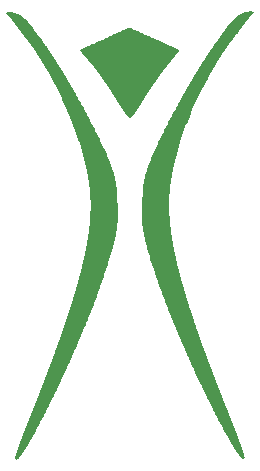
<source format=gbs>
G04*
G04 #@! TF.GenerationSoftware,Altium Limited,Altium Designer,21.8.1 (53)*
G04*
G04 Layer_Color=16711935*
%FSLAX25Y25*%
%MOIN*%
G70*
G04*
G04 #@! TF.SameCoordinates,EB8F0981-F331-4B65-8FC5-092454EF7568*
G04*
G04*
G04 #@! TF.FilePolarity,Negative*
G04*
G01*
G75*
G36*
X372544Y218391D02*
X372585Y218391D01*
X372782Y218381D01*
X372833Y218378D01*
X372888Y218375D01*
X372960Y218370D01*
X373087Y218360D01*
X373199Y218349D01*
X373287Y218340D01*
X373415Y218323D01*
X373420Y218323D01*
X373344Y218333D01*
X373506Y218309D01*
X373589Y218296D01*
X373692Y218279D01*
X373651Y218286D01*
X373717Y218276D01*
X373626Y218292D01*
X373658Y218287D01*
X373755Y218271D01*
X373768Y218268D01*
X373717Y218276D01*
X373792Y218263D01*
X373803Y218261D01*
X373692Y218279D01*
X373848Y218251D01*
X374011Y218217D01*
X374133Y218190D01*
X374394Y218121D01*
X374448Y218107D01*
X374545Y218078D01*
X374800Y217996D01*
X374858Y217976D01*
X375114Y217875D01*
X375239Y217819D01*
X375258Y217810D01*
X375297Y217793D01*
X375336Y217775D01*
X375374Y217757D01*
X375394Y217748D01*
X375410Y217740D01*
X375443Y217724D01*
X375475Y217708D01*
X375508Y217692D01*
X375538Y217677D01*
X375566Y217663D01*
X375594Y217648D01*
X375622Y217634D01*
X375635Y217627D01*
X375737Y217572D01*
X375829Y217521D01*
X375917Y217470D01*
X375935Y217460D01*
X376058Y217386D01*
X376164Y217320D01*
X376259Y217260D01*
X376347Y217202D01*
X376430Y217147D01*
X376511Y217092D01*
X376588Y217039D01*
X376658Y216989D01*
X376728Y216939D01*
X376793Y216892D01*
X376857Y216844D01*
X376916Y216800D01*
X376974Y216755D01*
X377032Y216710D01*
X377086Y216668D01*
X377138Y216627D01*
X377191Y216584D01*
X377243Y216542D01*
X377291Y216503D01*
X377338Y216464D01*
X377384Y216425D01*
X377431Y216385D01*
X377478Y216346D01*
X377519Y216310D01*
X377560Y216273D01*
X377602Y216237D01*
X377643Y216201D01*
X377684Y216164D01*
X377725Y216127D01*
X377765Y216090D01*
X377801Y216057D01*
X377837Y216024D01*
X377873Y215991D01*
X377908Y215958D01*
X377944Y215924D01*
X377979Y215891D01*
X378015Y215857D01*
X378050Y215823D01*
X378085Y215789D01*
X378115Y215759D01*
X378146Y215729D01*
X378176Y215700D01*
X378206Y215669D01*
X378237Y215639D01*
X378267Y215609D01*
X378297Y215579D01*
X378327Y215548D01*
X378357Y215518D01*
X378387Y215487D01*
X378416Y215457D01*
X378446Y215426D01*
X378476Y215395D01*
X378501Y215369D01*
X378526Y215342D01*
X378552Y215316D01*
X378577Y215289D01*
X378602Y215262D01*
X378627Y215236D01*
X378652Y215209D01*
X378677Y215182D01*
X378701Y215155D01*
X378726Y215128D01*
X378751Y215101D01*
X378776Y215074D01*
X378801Y215047D01*
X378825Y215020D01*
X378850Y214993D01*
X378874Y214966D01*
X378899Y214938D01*
X378919Y214915D01*
X378940Y214893D01*
X378960Y214870D01*
X378980Y214847D01*
X379000Y214824D01*
X379021Y214801D01*
X379041Y214778D01*
X379061Y214755D01*
X379081Y214732D01*
X379101Y214709D01*
X379121Y214686D01*
X379141Y214663D01*
X379161Y214640D01*
X379181Y214617D01*
X379201Y214593D01*
X379221Y214570D01*
X379241Y214547D01*
X379261Y214524D01*
X379281Y214500D01*
X379301Y214477D01*
X379321Y214454D01*
X379336Y214435D01*
X379352Y214416D01*
X379368Y214398D01*
X379384Y214379D01*
X379399Y214360D01*
X379415Y214341D01*
X379431Y214323D01*
X379447Y214304D01*
X379462Y214285D01*
X379478Y214266D01*
X379494Y214247D01*
X379509Y214228D01*
X379525Y214210D01*
X379540Y214191D01*
X379556Y214172D01*
X379572Y214153D01*
X379587Y214134D01*
X379618Y214096D01*
X379634Y214077D01*
X379665Y214039D01*
X379680Y214020D01*
X379696Y214001D01*
X379727Y213963D01*
X379738Y213949D01*
X379762Y213920D01*
X379785Y213891D01*
X379808Y213863D01*
X379831Y213834D01*
X379842Y213820D01*
X379865Y213791D01*
X379888Y213762D01*
X379900Y213748D01*
X379923Y213719D01*
X379934Y213705D01*
X379957Y213676D01*
X379980Y213647D01*
X380003Y213618D01*
X380026Y213590D01*
X380037Y213575D01*
X380060Y213546D01*
X380094Y213503D01*
X380106Y213488D01*
X380125Y213464D01*
X380140Y213445D01*
X380170Y213406D01*
X380208Y213358D01*
X380238Y213319D01*
X380276Y213271D01*
X380314Y213223D01*
X380609Y212842D01*
X380871Y212500D01*
X381133Y212158D01*
X381393Y211815D01*
X381637Y211491D01*
X381879Y211167D01*
X382121Y210842D01*
X382361Y210516D01*
X382601Y210190D01*
X382824Y209883D01*
X383047Y209576D01*
X383269Y209268D01*
X383490Y208960D01*
X383710Y208651D01*
X383914Y208362D01*
X384118Y208073D01*
X384322Y207783D01*
X384524Y207493D01*
X384726Y207202D01*
X384927Y206911D01*
X385113Y206640D01*
X385298Y206369D01*
X385483Y206098D01*
X385667Y205825D01*
X385851Y205553D01*
X386034Y205280D01*
X386203Y205028D01*
X386371Y204776D01*
X386538Y204523D01*
X386705Y204270D01*
X386872Y204017D01*
X387038Y203764D01*
X387204Y203510D01*
X387369Y203255D01*
X387520Y203022D01*
X387671Y202789D01*
X387822Y202555D01*
X387971Y202321D01*
X388121Y202087D01*
X388270Y201852D01*
X388420Y201618D01*
X388568Y201383D01*
X388703Y201169D01*
X388837Y200955D01*
X388972Y200741D01*
X389106Y200527D01*
X389239Y200312D01*
X389373Y200098D01*
X389506Y199883D01*
X389639Y199668D01*
X389772Y199453D01*
X389904Y199237D01*
X390023Y199043D01*
X390142Y198849D01*
X390260Y198655D01*
X390378Y198461D01*
X390497Y198266D01*
X390615Y198072D01*
X390732Y197877D01*
X390850Y197682D01*
X390967Y197487D01*
X391084Y197292D01*
X391201Y197097D01*
X391305Y196923D01*
X391409Y196750D01*
X391512Y196576D01*
X391616Y196402D01*
X391719Y196228D01*
X391822Y196054D01*
X391925Y195880D01*
X392028Y195706D01*
X392131Y195531D01*
X392233Y195357D01*
X392336Y195182D01*
X392438Y195008D01*
X392540Y194833D01*
X392630Y194680D01*
X392719Y194527D01*
X392808Y194374D01*
X392897Y194221D01*
X392986Y194068D01*
X393075Y193915D01*
X393163Y193761D01*
X393252Y193608D01*
X393341Y193455D01*
X393429Y193301D01*
X393517Y193148D01*
X393606Y192994D01*
X393694Y192841D01*
X393782Y192687D01*
X393870Y192533D01*
X393946Y192401D01*
X394021Y192270D01*
X394096Y192138D01*
X394134Y192072D01*
X394377Y191644D01*
X394607Y191238D01*
X394837Y190833D01*
X395065Y190427D01*
X395306Y189997D01*
X395546Y189568D01*
X395785Y189138D01*
X396023Y188708D01*
X396261Y188277D01*
X396510Y187824D01*
X396759Y187370D01*
X397006Y186915D01*
X397253Y186460D01*
X397499Y186005D01*
X397756Y185526D01*
X398012Y185047D01*
X398267Y184567D01*
X398521Y184087D01*
X398786Y183583D01*
X399050Y183079D01*
X399313Y182574D01*
X399575Y182069D01*
X399835Y181563D01*
X400106Y181033D01*
X400376Y180502D01*
X400644Y179972D01*
X400923Y179417D01*
X401200Y178861D01*
X401475Y178305D01*
X401749Y177748D01*
X402033Y177167D01*
X402316Y176585D01*
X402596Y176002D01*
X402886Y175395D01*
X403174Y174787D01*
X403460Y174178D01*
X403756Y173545D01*
X404049Y172910D01*
X404340Y172275D01*
X404639Y171615D01*
X404936Y170954D01*
X405242Y170268D01*
X405545Y169580D01*
X405804Y168987D01*
X405926Y168702D01*
X406045Y168417D01*
X406166Y168122D01*
X406288Y167815D01*
X406406Y167508D01*
X406529Y167180D01*
X406651Y166841D01*
X406774Y166492D01*
X406898Y166121D01*
X407025Y165728D01*
X407152Y165314D01*
X407283Y164869D01*
X407414Y164391D01*
X407414Y164391D01*
X407432Y164324D01*
X407467Y164192D01*
X407501Y164059D01*
X407535Y163926D01*
X407570Y163784D01*
X407607Y163632D01*
X407643Y163481D01*
X407678Y163329D01*
X407715Y163163D01*
X407755Y162983D01*
X407793Y162802D01*
X407831Y162621D01*
X407849Y162530D01*
X407873Y162410D01*
X407920Y162168D01*
X407964Y161926D01*
X408006Y161684D01*
X408027Y161563D01*
X408085Y161213D01*
X408184Y160511D01*
X408267Y159807D01*
X408332Y159101D01*
X408357Y158747D01*
X408359Y158720D01*
X408360Y158702D01*
X408365Y158629D01*
X408375Y158484D01*
X408376Y158466D01*
X408380Y158411D01*
X408388Y158284D01*
X408391Y158247D01*
X408400Y158111D01*
X408405Y158029D01*
X408411Y157947D01*
X408413Y157920D01*
X408414Y157893D01*
X408418Y157838D01*
X408425Y157729D01*
X408432Y157620D01*
X408436Y157565D01*
X408445Y157429D01*
X408448Y157374D01*
X408452Y157320D01*
X408460Y157192D01*
X408466Y157083D01*
X408471Y157010D01*
X408476Y156938D01*
X408480Y156865D01*
X408485Y156792D01*
X408489Y156719D01*
X408493Y156647D01*
X408500Y156537D01*
X408504Y156465D01*
X408508Y156392D01*
X408513Y156310D01*
X408516Y156265D01*
X408521Y156174D01*
X408526Y156083D01*
X408531Y155992D01*
X408534Y155946D01*
X408539Y155855D01*
X408544Y155764D01*
X408546Y155719D01*
X408551Y155628D01*
X408553Y155582D01*
X408558Y155491D01*
X408560Y155446D01*
X408563Y155392D01*
X408566Y155337D01*
X408569Y155282D01*
X408571Y155228D01*
X408574Y155173D01*
X408577Y155119D01*
X408579Y155064D01*
X408582Y155009D01*
X408585Y154955D01*
X408587Y154900D01*
X408590Y154846D01*
X408592Y154791D01*
X408595Y154736D01*
X408597Y154682D01*
X408600Y154627D01*
X408602Y154573D01*
X408604Y154518D01*
X408607Y154455D01*
X408610Y154391D01*
X408612Y154327D01*
X408615Y154263D01*
X408618Y154200D01*
X408620Y154136D01*
X408623Y154072D01*
X408625Y154009D01*
X408628Y153945D01*
X408630Y153881D01*
X408632Y153818D01*
X408634Y153754D01*
X408637Y153690D01*
X408639Y153627D01*
X408641Y153554D01*
X408644Y153481D01*
X408646Y153408D01*
X408648Y153335D01*
X408650Y153262D01*
X408652Y153190D01*
X408654Y153117D01*
X408657Y153044D01*
X408658Y152971D01*
X408660Y152898D01*
X408662Y152826D01*
X408664Y152753D01*
X408665Y152680D01*
X408667Y152598D01*
X408669Y152516D01*
X408671Y152434D01*
X408672Y152352D01*
X408673Y152270D01*
X408675Y152188D01*
X408676Y152106D01*
X408677Y152025D01*
X408678Y151943D01*
X408679Y151861D01*
X408680Y151770D01*
X408681Y151679D01*
X408681Y151587D01*
X408682Y151497D01*
X408682Y151405D01*
X408683Y151314D01*
X408683Y151223D01*
X408683Y151132D01*
X408683Y151041D01*
X408683Y150950D01*
X408682Y150850D01*
X408682Y150750D01*
X408681Y150649D01*
X408680Y150549D01*
X408679Y150449D01*
X408678Y150349D01*
X408677Y150249D01*
X408675Y150148D01*
X408673Y150039D01*
X408671Y149930D01*
X408669Y149820D01*
X408666Y149711D01*
X408665Y149647D01*
X408658Y149411D01*
X408649Y149196D01*
X408640Y148990D01*
X408630Y148786D01*
X408618Y148591D01*
X408606Y148397D01*
X408593Y148214D01*
X408579Y148030D01*
X408565Y147857D01*
X408549Y147684D01*
X408533Y147511D01*
X408517Y147348D01*
X408500Y147186D01*
X408483Y147024D01*
X408465Y146872D01*
X408447Y146720D01*
X408429Y146568D01*
X408409Y146416D01*
X408391Y146275D01*
X408371Y146133D01*
X408352Y145992D01*
X408331Y145851D01*
X408310Y145710D01*
X408290Y145579D01*
X408270Y145448D01*
X408249Y145317D01*
X408228Y145186D01*
X408206Y145056D01*
X408186Y144935D01*
X408165Y144815D01*
X408144Y144694D01*
X408122Y144574D01*
X408100Y144454D01*
X408078Y144333D01*
X408055Y144213D01*
X408034Y144103D01*
X408012Y143993D01*
X407991Y143883D01*
X407969Y143773D01*
X407946Y143663D01*
X407924Y143553D01*
X407901Y143443D01*
X407878Y143334D01*
X407854Y143224D01*
X407833Y143124D01*
X407811Y143025D01*
X407789Y142925D01*
X407767Y142825D01*
X407745Y142726D01*
X407722Y142626D01*
X407699Y142527D01*
X407676Y142427D01*
X407653Y142328D01*
X407632Y142238D01*
X407610Y142149D01*
X407589Y142060D01*
X407567Y141970D01*
X407546Y141881D01*
X407524Y141792D01*
X407502Y141702D01*
X407479Y141613D01*
X407457Y141524D01*
X407435Y141435D01*
X407412Y141345D01*
X407389Y141256D01*
X407369Y141177D01*
X407348Y141098D01*
X407328Y141019D01*
X407307Y140939D01*
X407286Y140860D01*
X407265Y140781D01*
X407244Y140702D01*
X407223Y140623D01*
X407201Y140544D01*
X407180Y140465D01*
X407159Y140386D01*
X407137Y140307D01*
X407115Y140228D01*
X407096Y140159D01*
X407077Y140090D01*
X407058Y140021D01*
X407038Y139952D01*
X407019Y139883D01*
X406999Y139813D01*
X406980Y139744D01*
X406960Y139675D01*
X406941Y139606D01*
X406657Y138623D01*
X406386Y137701D01*
X406111Y136781D01*
X405841Y135892D01*
X405566Y135004D01*
X405298Y134147D01*
X405025Y133291D01*
X404759Y132466D01*
X404489Y131643D01*
X404226Y130850D01*
X403960Y130058D01*
X403701Y129296D01*
X403439Y128535D01*
X403175Y127775D01*
X402918Y127046D01*
X402659Y126317D01*
X402397Y125589D01*
X402144Y124891D01*
X401889Y124194D01*
X401631Y123497D01*
X401382Y122830D01*
X401131Y122164D01*
X400879Y121499D01*
X400624Y120835D01*
X400379Y120200D01*
X400132Y119565D01*
X399883Y118931D01*
X399633Y118298D01*
X399392Y117694D01*
X399150Y117091D01*
X398907Y116488D01*
X398662Y115885D01*
X398427Y115312D01*
X398191Y114740D01*
X397954Y114167D01*
X397716Y113596D01*
X397476Y113024D01*
X397247Y112482D01*
X397017Y111940D01*
X396786Y111399D01*
X396554Y110857D01*
X396407Y110516D01*
X396302Y110272D01*
X396211Y110063D01*
X396106Y109819D01*
X396000Y109575D01*
X395894Y109332D01*
X395789Y109088D01*
X395683Y108844D01*
X395577Y108600D01*
X395471Y108357D01*
X395364Y108113D01*
X395258Y107870D01*
X395152Y107626D01*
X395045Y107383D01*
X394939Y107140D01*
X394832Y106896D01*
X394725Y106653D01*
X394619Y106410D01*
X394496Y106132D01*
X394374Y105854D01*
X394251Y105576D01*
X394129Y105299D01*
X394006Y105021D01*
X393883Y104744D01*
X393760Y104466D01*
X393636Y104189D01*
X393513Y103911D01*
X393389Y103634D01*
X393266Y103357D01*
X393142Y103080D01*
X393018Y102803D01*
X392878Y102491D01*
X392738Y102180D01*
X392598Y101868D01*
X392458Y101557D01*
X392317Y101246D01*
X392176Y100935D01*
X392035Y100624D01*
X391894Y100313D01*
X391753Y100002D01*
X391611Y99692D01*
X391469Y99381D01*
X391311Y99036D01*
X391153Y98691D01*
X390995Y98347D01*
X390836Y98002D01*
X390677Y97658D01*
X390518Y97313D01*
X390358Y96969D01*
X390198Y96626D01*
X390038Y96282D01*
X389877Y95938D01*
X389700Y95560D01*
X389523Y95182D01*
X389346Y94805D01*
X389167Y94428D01*
X388989Y94051D01*
X388810Y93673D01*
X388631Y93297D01*
X388451Y92920D01*
X388271Y92544D01*
X388074Y92133D01*
X387877Y91723D01*
X387679Y91313D01*
X387481Y90904D01*
X387282Y90495D01*
X387083Y90085D01*
X386883Y89676D01*
X386682Y89268D01*
X386465Y88825D01*
X386246Y88383D01*
X386027Y87941D01*
X385808Y87500D01*
X385587Y87059D01*
X385367Y86618D01*
X385145Y86177D01*
X384906Y85703D01*
X384665Y85229D01*
X384425Y84756D01*
X384183Y84283D01*
X383940Y83811D01*
X383697Y83338D01*
X383435Y82833D01*
X383173Y82328D01*
X382909Y81824D01*
X382645Y81319D01*
X382379Y80816D01*
X382113Y80313D01*
X381827Y79777D01*
X381541Y79241D01*
X381253Y78706D01*
X380964Y78172D01*
X380674Y77638D01*
X380365Y77071D01*
X380054Y76505D01*
X379962Y76339D01*
X379931Y76283D01*
X379903Y76232D01*
X379875Y76182D01*
X379847Y76131D01*
X379819Y76081D01*
X379805Y76056D01*
X379791Y76031D01*
X379760Y75974D01*
X379742Y75943D01*
X379707Y75880D01*
X379690Y75849D01*
X379655Y75786D01*
X379637Y75754D01*
X379602Y75692D01*
X379567Y75629D01*
X379532Y75566D01*
X379496Y75504D01*
X379479Y75472D01*
X379461Y75441D01*
X379426Y75379D01*
X379404Y75341D01*
X379383Y75303D01*
X379341Y75228D01*
X379319Y75191D01*
X379298Y75153D01*
X379277Y75116D01*
X379255Y75078D01*
X379234Y75041D01*
X379212Y75003D01*
X379191Y74966D01*
X379170Y74929D01*
X379148Y74891D01*
X379127Y74854D01*
X379105Y74817D01*
X379083Y74779D01*
X379062Y74742D01*
X379037Y74698D01*
X379012Y74655D01*
X378986Y74611D01*
X378961Y74568D01*
X378936Y74524D01*
X378910Y74481D01*
X378885Y74437D01*
X378860Y74394D01*
X378834Y74350D01*
X378809Y74307D01*
X378783Y74264D01*
X378758Y74220D01*
X378732Y74177D01*
X378707Y74133D01*
X378681Y74090D01*
X378651Y74041D01*
X378622Y73991D01*
X378593Y73942D01*
X378563Y73892D01*
X378534Y73843D01*
X378504Y73794D01*
X378474Y73744D01*
X378445Y73695D01*
X378415Y73646D01*
X378385Y73597D01*
X378356Y73548D01*
X378326Y73498D01*
X378292Y73443D01*
X378258Y73388D01*
X378224Y73333D01*
X378191Y73278D01*
X378157Y73223D01*
X378123Y73168D01*
X378089Y73112D01*
X378055Y73058D01*
X378020Y73003D01*
X377986Y72948D01*
X377952Y72893D01*
X377913Y72832D01*
X377875Y72771D01*
X377837Y72711D01*
X377798Y72650D01*
X377760Y72589D01*
X377721Y72529D01*
X377682Y72468D01*
X377643Y72408D01*
X377604Y72347D01*
X377565Y72287D01*
X377522Y72221D01*
X377479Y72154D01*
X377436Y72088D01*
X377392Y72022D01*
X377348Y71956D01*
X377305Y71890D01*
X377261Y71824D01*
X377217Y71759D01*
X377169Y71687D01*
X377121Y71615D01*
X377072Y71544D01*
X377024Y71473D01*
X376975Y71401D01*
X376926Y71330D01*
X376877Y71259D01*
X376823Y71182D01*
X376770Y71106D01*
X376716Y71029D01*
X376662Y70953D01*
X376608Y70876D01*
X376554Y70800D01*
X376495Y70718D01*
X376436Y70636D01*
X376377Y70555D01*
X376317Y70473D01*
X376257Y70392D01*
X376193Y70305D01*
X376150Y70247D01*
X376142Y70236D01*
X376132Y70223D01*
X376118Y70205D01*
X376101Y70182D01*
X376091Y70169D01*
X376077Y70151D01*
X376070Y70142D01*
X376060Y70128D01*
X376050Y70115D01*
X376043Y70106D01*
X376030Y70089D01*
X376022Y70078D01*
X376013Y70067D01*
X376004Y70056D01*
X375991Y70039D01*
X375982Y70028D01*
X375978Y70023D01*
X375965Y70006D01*
X375960Y70001D01*
X375952Y69990D01*
X375946Y69983D01*
X375936Y69970D01*
X375925Y69957D01*
X375915Y69944D01*
X375904Y69931D01*
X375893Y69918D01*
X375882Y69905D01*
X375872Y69892D01*
X375866Y69885D01*
X375861Y69879D01*
X375849Y69865D01*
X375843Y69858D01*
X375830Y69843D01*
X375817Y69828D01*
X375804Y69813D01*
X375798Y69805D01*
X375785Y69791D01*
X375778Y69783D01*
X375765Y69769D01*
X375759Y69761D01*
X375751Y69753D01*
X375744Y69744D01*
X375736Y69736D01*
X375729Y69728D01*
X375721Y69719D01*
X375713Y69711D01*
X375706Y69703D01*
X375698Y69695D01*
X375691Y69687D01*
X375683Y69678D01*
X375675Y69670D01*
X375668Y69662D01*
X375659Y69653D01*
X375650Y69644D01*
X375641Y69634D01*
X375633Y69626D01*
X375624Y69616D01*
X375615Y69607D01*
X375606Y69598D01*
X375597Y69589D01*
X375588Y69581D01*
X375579Y69572D01*
X375570Y69562D01*
X375559Y69552D01*
X375549Y69542D01*
X375539Y69532D01*
X375529Y69523D01*
X375519Y69513D01*
X375509Y69503D01*
X375498Y69493D01*
X375486Y69482D01*
X375475Y69472D01*
X375464Y69461D01*
X375452Y69451D01*
X375441Y69441D01*
X375428Y69429D01*
X375415Y69418D01*
X375403Y69407D01*
X375390Y69396D01*
X375377Y69385D01*
X375363Y69373D01*
X375349Y69362D01*
X375335Y69350D01*
X375320Y69338D01*
X375304Y69325D01*
X375289Y69313D01*
X375272Y69300D01*
X375255Y69287D01*
X375237Y69273D01*
X375219Y69260D01*
X375199Y69245D01*
X375183Y69234D01*
X375178Y69230D01*
X375175Y69228D01*
X375167Y69222D01*
X375164Y69220D01*
X375160Y69217D01*
X375152Y69212D01*
X375149Y69210D01*
X375142Y69205D01*
X375138Y69202D01*
X375134Y69200D01*
X375131Y69198D01*
X375127Y69195D01*
X375120Y69191D01*
X375116Y69188D01*
X375109Y69184D01*
X375106Y69182D01*
X375102Y69179D01*
X375098Y69176D01*
X375093Y69174D01*
X375088Y69171D01*
X375081Y69167D01*
X375077Y69164D01*
X375072Y69161D01*
X375065Y69157D01*
X375061Y69155D01*
X375056Y69152D01*
X375049Y69148D01*
X375048Y69147D01*
X374916Y69167D01*
X374911Y69168D01*
X374867Y69176D01*
X374860Y69177D01*
X374840Y69182D01*
X374838Y69183D01*
X374829Y69186D01*
X374809Y69193D01*
X374748Y69219D01*
X374725Y69229D01*
X374710Y69236D01*
X374704Y69239D01*
X374682Y69251D01*
X374661Y69264D01*
X374655Y69269D01*
X374638Y69281D01*
X374584Y69324D01*
X374549Y69388D01*
X374539Y69410D01*
X374516Y69472D01*
X374485Y69657D01*
X374492Y69905D01*
X374530Y70215D01*
X374531Y70223D01*
X374534Y70234D01*
X374536Y70245D01*
X374538Y70250D01*
X374540Y70261D01*
X374543Y70272D01*
X374546Y70283D01*
X374548Y70293D01*
X374551Y70303D01*
X374554Y70316D01*
X374557Y70329D01*
X374561Y70342D01*
X374564Y70355D01*
X374567Y70364D01*
X374571Y70381D01*
X374574Y70390D01*
X374578Y70403D01*
X374583Y70421D01*
X374587Y70437D01*
X374591Y70450D01*
X374595Y70463D01*
X374599Y70476D01*
X374604Y70492D01*
X374606Y70502D01*
X374611Y70518D01*
X374614Y70527D01*
X374621Y70548D01*
X374625Y70561D01*
X374627Y70567D01*
X374627Y70570D01*
X374631Y70580D01*
X374631Y70582D01*
X374633Y70589D01*
X374639Y70606D01*
X374641Y70613D01*
X374641Y70615D01*
X374648Y70634D01*
X374648Y70635D01*
X374650Y70641D01*
X374651Y70644D01*
X374652Y70648D01*
X374653Y70650D01*
X374654Y70654D01*
X374654Y70656D01*
X374655Y70658D01*
X374706Y70815D01*
X374751Y70957D01*
X374797Y71100D01*
X374843Y71241D01*
X374886Y71371D01*
X374928Y71500D01*
X374970Y71629D01*
X375013Y71758D01*
X375056Y71886D01*
X375099Y72015D01*
X375142Y72144D01*
X375185Y72273D01*
X375229Y72401D01*
X375268Y72517D01*
X375307Y72633D01*
X375346Y72749D01*
X375386Y72864D01*
X375426Y72980D01*
X375465Y73095D01*
X375505Y73211D01*
X375545Y73326D01*
X375585Y73441D01*
X375626Y73557D01*
X375666Y73672D01*
X375702Y73775D01*
X375738Y73877D01*
X375774Y73980D01*
X375810Y74082D01*
X375847Y74184D01*
X375883Y74287D01*
X375919Y74389D01*
X375956Y74491D01*
X375992Y74593D01*
X376029Y74695D01*
X376066Y74798D01*
X376103Y74900D01*
X376135Y74989D01*
X376167Y75078D01*
X376200Y75168D01*
X376232Y75257D01*
X376265Y75346D01*
X376297Y75436D01*
X376330Y75525D01*
X376362Y75614D01*
X376395Y75703D01*
X376428Y75792D01*
X376461Y75882D01*
X376494Y75971D01*
X376527Y76060D01*
X376559Y76149D01*
X376588Y76225D01*
X376616Y76302D01*
X376644Y76378D01*
X376673Y76454D01*
X376701Y76531D01*
X376730Y76607D01*
X376758Y76683D01*
X376787Y76759D01*
X376816Y76836D01*
X376844Y76912D01*
X376873Y76988D01*
X376901Y77064D01*
X376930Y77141D01*
X376959Y77217D01*
X376988Y77293D01*
X377016Y77369D01*
X377040Y77433D01*
X377064Y77496D01*
X377088Y77560D01*
X377113Y77623D01*
X377137Y77687D01*
X377161Y77750D01*
X377185Y77813D01*
X377233Y77940D01*
X377257Y78004D01*
X377282Y78067D01*
X377306Y78130D01*
X377330Y78194D01*
X377379Y78320D01*
X377403Y78384D01*
X377427Y78447D01*
X377452Y78510D01*
X377476Y78574D01*
X377520Y78688D01*
X377559Y78789D01*
X377598Y78890D01*
X377618Y78941D01*
X377657Y79042D01*
X377677Y79093D01*
X377716Y79194D01*
X377755Y79295D01*
X377794Y79397D01*
X377814Y79447D01*
X377853Y79549D01*
X377893Y79650D01*
X377952Y79801D01*
X377991Y79903D01*
X378006Y79941D01*
X378036Y80016D01*
X378080Y80130D01*
X378125Y80244D01*
X378154Y80320D01*
X378199Y80433D01*
X378229Y80509D01*
X378273Y80623D01*
X378318Y80737D01*
X378363Y80850D01*
X378422Y81002D01*
X378482Y81154D01*
X378512Y81229D01*
X378522Y81255D01*
X378582Y81406D01*
X378632Y81532D01*
X378672Y81633D01*
X378721Y81760D01*
X378731Y81785D01*
X378741Y81810D01*
X378751Y81835D01*
X378761Y81861D01*
X378821Y82012D01*
X378861Y82113D01*
X378881Y82164D01*
X378891Y82189D01*
X378931Y82290D01*
X378971Y82391D01*
X378986Y82428D01*
X379001Y82466D01*
X379021Y82517D01*
X379031Y82542D01*
X379036Y82555D01*
X379086Y82681D01*
X379091Y82693D01*
X379096Y82706D01*
X379106Y82731D01*
X379121Y82769D01*
X379126Y82782D01*
X379136Y82807D01*
X379141Y82820D01*
X379151Y82845D01*
X379181Y82920D01*
X379187Y82933D01*
X379232Y83047D01*
X379332Y83299D01*
X379405Y83483D01*
X379506Y83738D01*
X379608Y83994D01*
X379658Y84121D01*
X379759Y84377D01*
X379785Y84440D01*
X379810Y84504D01*
X379861Y84632D01*
X379911Y84759D01*
X380012Y85015D01*
X380088Y85206D01*
X380164Y85398D01*
X380278Y85685D01*
X380354Y85877D01*
X380430Y86068D01*
X380505Y86260D01*
X380581Y86451D01*
X380657Y86643D01*
X380732Y86834D01*
X380808Y87026D01*
X380922Y87313D01*
X380997Y87505D01*
X381073Y87696D01*
X381148Y87888D01*
X381224Y88080D01*
X381262Y88176D01*
X381350Y88399D01*
X381400Y88527D01*
X381450Y88655D01*
X381501Y88783D01*
X381601Y89038D01*
X381651Y89166D01*
X381752Y89421D01*
X381852Y89677D01*
X381902Y89805D01*
X381952Y89933D01*
X382002Y90061D01*
X382053Y90188D01*
X382103Y90316D01*
X382153Y90444D01*
X382253Y90700D01*
X382303Y90828D01*
X382403Y91084D01*
X382453Y91211D01*
X382503Y91339D01*
X382615Y91627D01*
X382678Y91787D01*
X382740Y91947D01*
X382802Y92107D01*
X382865Y92267D01*
X382927Y92427D01*
X382989Y92587D01*
X383051Y92747D01*
X383114Y92906D01*
X383176Y93067D01*
X383238Y93226D01*
X383300Y93387D01*
X383362Y93546D01*
X383424Y93707D01*
X383486Y93866D01*
X383548Y94027D01*
X383610Y94187D01*
X383672Y94347D01*
X383734Y94507D01*
X383796Y94667D01*
X383870Y94859D01*
X383944Y95051D01*
X384018Y95243D01*
X384092Y95436D01*
X384166Y95628D01*
X384240Y95820D01*
X384314Y96012D01*
X384388Y96205D01*
X384462Y96397D01*
X384535Y96589D01*
X384609Y96781D01*
X384683Y96974D01*
X384756Y97166D01*
X384830Y97359D01*
X384903Y97551D01*
X384977Y97743D01*
X385050Y97936D01*
X385135Y98160D01*
X385221Y98385D01*
X385306Y98610D01*
X385391Y98834D01*
X385476Y99059D01*
X385562Y99283D01*
X385647Y99508D01*
X385732Y99733D01*
X385816Y99958D01*
X385901Y100183D01*
X385986Y100408D01*
X386070Y100632D01*
X386155Y100857D01*
X386239Y101082D01*
X386335Y101339D01*
X386432Y101597D01*
X386528Y101854D01*
X386624Y102111D01*
X386719Y102368D01*
X386815Y102626D01*
X386911Y102883D01*
X387006Y103141D01*
X387102Y103398D01*
X387197Y103656D01*
X387292Y103913D01*
X387387Y104171D01*
X387482Y104429D01*
X387588Y104719D01*
X387694Y105009D01*
X387801Y105299D01*
X387906Y105589D01*
X388012Y105879D01*
X388118Y106170D01*
X388223Y106460D01*
X388328Y106750D01*
X388433Y107041D01*
X388538Y107332D01*
X388643Y107622D01*
X388759Y107945D01*
X388875Y108268D01*
X388990Y108592D01*
X389106Y108915D01*
X389221Y109238D01*
X389335Y109562D01*
X389450Y109886D01*
X389564Y110209D01*
X389678Y110533D01*
X389792Y110857D01*
X389917Y111213D01*
X390041Y111570D01*
X390166Y111926D01*
X390289Y112283D01*
X390413Y112640D01*
X390536Y112997D01*
X390659Y113354D01*
X390781Y113712D01*
X390915Y114102D01*
X391048Y114492D01*
X391180Y114882D01*
X391312Y115272D01*
X391400Y115533D01*
X391453Y115691D01*
X391498Y115826D01*
X391543Y115961D01*
X391589Y116096D01*
X391634Y116232D01*
X391679Y116367D01*
X391724Y116503D01*
X391770Y116638D01*
X391815Y116773D01*
X391860Y116909D01*
X391905Y117044D01*
X391950Y117180D01*
X391994Y117315D01*
X392047Y117473D01*
X392099Y117631D01*
X392151Y117790D01*
X392203Y117948D01*
X392255Y118106D01*
X392306Y118264D01*
X392358Y118422D01*
X392410Y118581D01*
X392461Y118739D01*
X392513Y118897D01*
X392564Y119056D01*
X392616Y119214D01*
X392667Y119372D01*
X392718Y119531D01*
X392776Y119712D01*
X392834Y119893D01*
X392893Y120074D01*
X392951Y120255D01*
X393008Y120437D01*
X393066Y120618D01*
X393124Y120799D01*
X393181Y120980D01*
X393238Y121162D01*
X393296Y121343D01*
X393353Y121525D01*
X393409Y121706D01*
X393466Y121888D01*
X393530Y122092D01*
X393593Y122296D01*
X393657Y122501D01*
X393720Y122705D01*
X393783Y122909D01*
X393846Y123114D01*
X393908Y123319D01*
X393971Y123523D01*
X394033Y123728D01*
X394095Y123933D01*
X394157Y124137D01*
X394225Y124365D01*
X394293Y124592D01*
X394361Y124820D01*
X394429Y125048D01*
X394496Y125276D01*
X394564Y125504D01*
X394631Y125732D01*
X394697Y125960D01*
X394764Y126188D01*
X394830Y126417D01*
X394902Y126668D01*
X394975Y126919D01*
X395046Y127170D01*
X395118Y127422D01*
X395189Y127673D01*
X395260Y127925D01*
X395330Y128177D01*
X395400Y128428D01*
X395470Y128680D01*
X395546Y128955D01*
X395621Y129230D01*
X395696Y129506D01*
X395770Y129781D01*
X395844Y130056D01*
X395918Y130332D01*
X395990Y130607D01*
X396063Y130883D01*
X396141Y131182D01*
X396219Y131481D01*
X396296Y131781D01*
X396372Y132080D01*
X396448Y132380D01*
X396523Y132679D01*
X396603Y133002D01*
X396683Y133325D01*
X396762Y133649D01*
X396841Y133972D01*
X396918Y134296D01*
X396995Y134620D01*
X397077Y134967D01*
X397158Y135315D01*
X397238Y135662D01*
X397317Y136010D01*
X397395Y136359D01*
X397472Y136707D01*
X397554Y137079D01*
X397635Y137451D01*
X397714Y137824D01*
X397793Y138197D01*
X397836Y138406D01*
X397888Y138658D01*
X397937Y138900D01*
X397988Y139151D01*
X398038Y139403D01*
X398088Y139655D01*
X398138Y139918D01*
X398188Y140180D01*
X398237Y140442D01*
X398286Y140705D01*
X398336Y140978D01*
X398384Y141251D01*
X398432Y141524D01*
X398481Y141807D01*
X398530Y142090D01*
X398577Y142374D01*
X398625Y142668D01*
X398672Y142962D01*
X398717Y143256D01*
X398764Y143560D01*
X398810Y143865D01*
X398855Y144180D01*
X398900Y144495D01*
X398943Y144811D01*
X398987Y145136D01*
X399029Y145462D01*
X399072Y145799D01*
X399113Y146135D01*
X399153Y146482D01*
X399192Y146829D01*
X399231Y147187D01*
X399269Y147555D01*
X399305Y147924D01*
X399341Y148303D01*
X399364Y148559D01*
X399382Y148768D01*
X399398Y148967D01*
X399414Y149165D01*
X399430Y149364D01*
X399445Y149563D01*
X399460Y149772D01*
X399474Y149980D01*
X399488Y150189D01*
X399501Y150398D01*
X399514Y150617D01*
X399526Y150836D01*
X399537Y151054D01*
X399548Y151273D01*
X399559Y151502D01*
X399568Y151730D01*
X399577Y151959D01*
X399585Y152188D01*
X399592Y152427D01*
X399599Y152665D01*
X399604Y152904D01*
X399608Y153152D01*
X399612Y153401D01*
X399615Y153649D01*
X399616Y153908D01*
X399616Y154166D01*
X399615Y154425D01*
X399613Y154693D01*
X399610Y154962D01*
X399605Y155240D01*
X399598Y155518D01*
X399590Y155807D01*
X399580Y156095D01*
X399568Y156393D01*
X399554Y156691D01*
X399539Y156999D01*
X399520Y157317D01*
X399500Y157635D01*
X399477Y157963D01*
X399451Y158301D01*
X399434Y158499D01*
X399408Y158797D01*
X399381Y159084D01*
X399354Y159359D01*
X399325Y159634D01*
X399296Y159898D01*
X399266Y160162D01*
X399236Y160414D01*
X399205Y160667D01*
X399173Y160919D01*
X399141Y161160D01*
X399108Y161400D01*
X399074Y161641D01*
X399040Y161871D01*
X399006Y162100D01*
X398971Y162329D01*
X398934Y162559D01*
X398899Y162777D01*
X398863Y162995D01*
X398826Y163213D01*
X398791Y163419D01*
X398754Y163626D01*
X398717Y163833D01*
X398680Y164039D01*
X398641Y164245D01*
X398604Y164441D01*
X398567Y164636D01*
X398529Y164831D01*
X398490Y165026D01*
X398451Y165221D01*
X398413Y165405D01*
X398375Y165589D01*
X398337Y165773D01*
X398298Y165957D01*
X398258Y166141D01*
X398221Y166314D01*
X398183Y166486D01*
X398144Y166659D01*
X398105Y166832D01*
X398066Y167004D01*
X398026Y167177D01*
X397989Y167338D01*
X397951Y167500D01*
X397913Y167661D01*
X397874Y167823D01*
X397835Y167984D01*
X397796Y168146D01*
X397756Y168307D01*
X397719Y168457D01*
X397682Y168607D01*
X397644Y168758D01*
X397606Y168908D01*
X397568Y169058D01*
X397529Y169209D01*
X397490Y169359D01*
X397487Y169369D01*
X397076Y170906D01*
X396682Y172294D01*
X396304Y173566D01*
X395937Y174749D01*
X395574Y175872D01*
X395219Y176936D01*
X394872Y177941D01*
X394525Y178916D01*
X394180Y179860D01*
X393837Y180774D01*
X393496Y181658D01*
X393159Y182513D01*
X392826Y183339D01*
X392498Y184135D01*
X392176Y184903D01*
X391848Y185669D01*
X391527Y186406D01*
X391201Y187142D01*
X390882Y187849D01*
X390558Y188555D01*
X390243Y189232D01*
X389923Y189909D01*
X389612Y190557D01*
X389298Y191204D01*
X388979Y191850D01*
X388670Y192469D01*
X388358Y193086D01*
X388043Y193702D01*
X387738Y194291D01*
X387429Y194879D01*
X387118Y195466D01*
X386818Y196026D01*
X386728Y196192D01*
X386647Y196342D01*
X386566Y196492D01*
X386485Y196641D01*
X386403Y196791D01*
X386321Y196940D01*
X386230Y197106D01*
X386139Y197272D01*
X386048Y197437D01*
X385956Y197603D01*
X385864Y197768D01*
X385772Y197933D01*
X385680Y198098D01*
X385587Y198263D01*
X385494Y198427D01*
X385401Y198592D01*
X385308Y198756D01*
X385205Y198937D01*
X385102Y199118D01*
X384998Y199298D01*
X384894Y199478D01*
X384790Y199658D01*
X384686Y199837D01*
X384581Y200017D01*
X384476Y200196D01*
X384370Y200375D01*
X384265Y200554D01*
X384149Y200749D01*
X384033Y200944D01*
X383916Y201138D01*
X383800Y201332D01*
X383682Y201526D01*
X383565Y201719D01*
X383447Y201913D01*
X383328Y202106D01*
X383199Y202315D01*
X383070Y202523D01*
X382940Y202731D01*
X382810Y202939D01*
X382679Y203147D01*
X382548Y203354D01*
X382416Y203561D01*
X382283Y203767D01*
X382140Y203989D01*
X381997Y204211D01*
X381852Y204432D01*
X381707Y204653D01*
X381562Y204873D01*
X381415Y205093D01*
X381258Y205328D01*
X381100Y205562D01*
X380941Y205796D01*
X380781Y206030D01*
X380621Y206263D01*
X380459Y206495D01*
X380287Y206743D01*
X380113Y206990D01*
X379938Y207236D01*
X379763Y207481D01*
X379586Y207726D01*
X379398Y207985D01*
X379208Y208244D01*
X379017Y208502D01*
X378825Y208759D01*
X378621Y209031D01*
X378416Y209301D01*
X378209Y209571D01*
X377989Y209855D01*
X377768Y210137D01*
X377546Y210419D01*
X377310Y210714D01*
X377072Y211008D01*
X376833Y211301D01*
X376580Y211608D01*
X376447Y211768D01*
X376420Y211800D01*
X376398Y211826D01*
X376377Y211852D01*
X376355Y211878D01*
X376334Y211905D01*
X376312Y211931D01*
X376296Y211950D01*
X376280Y211970D01*
X376264Y211990D01*
X376248Y212009D01*
X376232Y212029D01*
X376216Y212049D01*
X376200Y212069D01*
X376185Y212088D01*
X376169Y212108D01*
X376153Y212128D01*
X376137Y212147D01*
X376121Y212167D01*
X376105Y212187D01*
X376089Y212207D01*
X376074Y212227D01*
X376058Y212247D01*
X376042Y212267D01*
X376026Y212286D01*
X376010Y212306D01*
X375995Y212326D01*
X375979Y212346D01*
X375963Y212366D01*
X375948Y212386D01*
X375917Y212426D01*
X375901Y212446D01*
X375885Y212466D01*
X375870Y212486D01*
X375854Y212506D01*
X375838Y212526D01*
X375823Y212547D01*
X375807Y212567D01*
X375792Y212587D01*
X375777Y212607D01*
X375756Y212634D01*
X375735Y212661D01*
X375715Y212687D01*
X375694Y212714D01*
X375684Y212728D01*
X375653Y212768D01*
X375643Y212782D01*
X375622Y212809D01*
X375602Y212836D01*
X375581Y212863D01*
X375551Y212903D01*
X375540Y212917D01*
X375510Y212957D01*
X375489Y212984D01*
X375469Y213012D01*
X375438Y213052D01*
X375418Y213079D01*
X375398Y213106D01*
X375367Y213147D01*
X375327Y213202D01*
X375297Y213243D01*
X375266Y213283D01*
X375251Y213304D01*
X375246Y213311D01*
X375221Y213345D01*
X375190Y213386D01*
X375150Y213440D01*
X375130Y213467D01*
X375125Y213474D01*
X375110Y213495D01*
X375100Y213508D01*
X375095Y213515D01*
X375065Y213556D01*
X375034Y213597D01*
X375029Y213604D01*
X375024Y213611D01*
X375004Y213638D01*
X374999Y213645D01*
X374994Y213652D01*
X374984Y213666D01*
X374949Y213713D01*
X374929Y213741D01*
X374924Y213748D01*
X374849Y213850D01*
X374844Y213857D01*
X374814Y213898D01*
X374803Y213912D01*
X374773Y213953D01*
X374768Y213960D01*
X374723Y214021D01*
X374718Y214028D01*
X374673Y214090D01*
X374623Y214158D01*
X374618Y214165D01*
X374598Y214193D01*
X374593Y214199D01*
X374588Y214206D01*
X374583Y214213D01*
X374547Y214261D01*
X374492Y214336D01*
X374487Y214343D01*
X374477Y214357D01*
X374447Y214398D01*
X374396Y214466D01*
X374391Y214473D01*
X374381Y214487D01*
X374356Y214521D01*
X374326Y214562D01*
X374321Y214569D01*
X374310Y214582D01*
X374305Y214589D01*
X374300Y214596D01*
X374290Y214610D01*
X374285Y214616D01*
X374265Y214644D01*
X374230Y214691D01*
X374209Y214719D01*
X374199Y214732D01*
X374189Y214746D01*
X374179Y214760D01*
X374138Y214814D01*
X374097Y214868D01*
X374067Y214909D01*
X374057Y214923D01*
X374036Y214950D01*
X374006Y214991D01*
X373985Y215018D01*
X373965Y215045D01*
X373944Y215072D01*
X373924Y215099D01*
X373903Y215126D01*
X373883Y215153D01*
X373872Y215167D01*
X373852Y215194D01*
X373841Y215207D01*
X373810Y215248D01*
X373800Y215261D01*
X373790Y215275D01*
X373759Y215315D01*
X373748Y215329D01*
X373717Y215369D01*
X373702Y215389D01*
X373686Y215409D01*
X373670Y215429D01*
X373655Y215450D01*
X373639Y215470D01*
X373623Y215490D01*
X373608Y215510D01*
X373592Y215530D01*
X373576Y215550D01*
X373561Y215570D01*
X373545Y215590D01*
X373529Y215610D01*
X373513Y215630D01*
X373498Y215650D01*
X373482Y215670D01*
X373466Y215690D01*
X373450Y215710D01*
X373434Y215730D01*
X373418Y215750D01*
X373402Y215770D01*
X373371Y215809D01*
X373355Y215829D01*
X373339Y215849D01*
X373323Y215869D01*
X373307Y215889D01*
X373290Y215909D01*
X373274Y215929D01*
X373258Y215948D01*
X373242Y215968D01*
X373226Y215988D01*
X373205Y216014D01*
X373183Y216040D01*
X373161Y216067D01*
X373140Y216093D01*
X373118Y216119D01*
X373096Y216145D01*
X373075Y216171D01*
X373053Y216197D01*
X373031Y216223D01*
X373009Y216249D01*
X372987Y216275D01*
X372965Y216301D01*
X372943Y216327D01*
X372921Y216353D01*
X372899Y216379D01*
X372877Y216405D01*
X372854Y216430D01*
X372832Y216456D01*
X372810Y216482D01*
X372788Y216507D01*
X372765Y216533D01*
X372743Y216559D01*
X372720Y216584D01*
X372692Y216616D01*
X372664Y216648D01*
X372636Y216680D01*
X372607Y216711D01*
X372579Y216743D01*
X372550Y216774D01*
X372521Y216806D01*
X372493Y216837D01*
X372464Y216869D01*
X372435Y216900D01*
X372406Y216931D01*
X372377Y216962D01*
X372348Y216993D01*
X372318Y217024D01*
X372289Y217055D01*
X372259Y217086D01*
X372224Y217123D01*
X372188Y217160D01*
X372153Y217196D01*
X372117Y217233D01*
X372081Y217269D01*
X372045Y217306D01*
X372008Y217342D01*
X371972Y217378D01*
X371935Y217414D01*
X371899Y217450D01*
X371855Y217492D01*
X371812Y217533D01*
X371769Y217575D01*
X371725Y217616D01*
X371681Y217657D01*
X371637Y217698D01*
X371593Y217739D01*
X371542Y217785D01*
X371491Y217831D01*
X371483Y217974D01*
X371491Y218072D01*
X371513Y218147D01*
X371553Y218220D01*
X371597Y218282D01*
X371656Y218352D01*
X371682Y218354D01*
X371740Y218360D01*
X371797Y218365D01*
X371854Y218369D01*
X371911Y218373D01*
X371969Y218377D01*
X372031Y218380D01*
X372093Y218383D01*
X372154Y218386D01*
X372216Y218388D01*
X372278Y218390D01*
X372345Y218391D01*
X372411Y218392D01*
X372478Y218392D01*
X372544Y218391D01*
D02*
G37*
G36*
X412964Y213134D02*
X413077Y213082D01*
X413301Y212981D01*
X413749Y212778D01*
X414196Y212575D01*
X414484Y212444D01*
X414964Y212227D01*
X415444Y212009D01*
X416147Y211690D01*
X416547Y211509D01*
X416627Y211473D01*
X416787Y211400D01*
X416867Y211364D01*
X417267Y211183D01*
X417347Y211146D01*
X417874Y210907D01*
X417938Y210878D01*
X418130Y210791D01*
X418322Y210704D01*
X418578Y210588D01*
X418706Y210530D01*
X418898Y210443D01*
X419058Y210371D01*
X419154Y210328D01*
X419202Y210306D01*
X419298Y210262D01*
X419442Y210197D01*
X419538Y210154D01*
X420113Y209893D01*
X420209Y209849D01*
X420353Y209784D01*
X420449Y209741D01*
X420497Y209719D01*
X420945Y209516D01*
X421009Y209487D01*
X421329Y209342D01*
X421361Y209328D01*
X421457Y209284D01*
X421521Y209255D01*
X421617Y209212D01*
X421649Y209197D01*
X421745Y209154D01*
X421777Y209139D01*
X421905Y209081D01*
X421937Y209067D01*
X422001Y209038D01*
X422033Y209023D01*
X422129Y208980D01*
X422161Y208965D01*
X422177Y208958D01*
X422209Y208944D01*
X422225Y208937D01*
X422241Y208929D01*
X422257Y208922D01*
X422289Y208908D01*
X422305Y208900D01*
X422321Y208893D01*
X422353Y208879D01*
X422385Y208864D01*
X422433Y208842D01*
X422561Y208784D01*
X422577Y208777D01*
X422592Y208770D01*
X422624Y208755D01*
X422640Y208748D01*
X422752Y208698D01*
X422832Y208661D01*
X422848Y208654D01*
X422880Y208640D01*
X422896Y208632D01*
X422912Y208625D01*
X422944Y208611D01*
X423072Y208553D01*
X423088Y208545D01*
X423120Y208531D01*
X423136Y208524D01*
X423168Y208509D01*
X423216Y208487D01*
X423344Y208430D01*
X423360Y208422D01*
X423392Y208408D01*
X423408Y208401D01*
X423424Y208393D01*
X423456Y208379D01*
X423584Y208321D01*
X423600Y208314D01*
X423616Y208306D01*
X423648Y208292D01*
X423776Y208234D01*
X423792Y208227D01*
X423824Y208212D01*
X423840Y208205D01*
X423856Y208198D01*
X423888Y208183D01*
X423968Y208147D01*
X423984Y208140D01*
X424016Y208125D01*
X424032Y208118D01*
X424048Y208111D01*
X424080Y208096D01*
X424208Y208038D01*
X424224Y208031D01*
X424256Y208017D01*
X424272Y208009D01*
X424288Y208002D01*
X424304Y207995D01*
X424320Y207988D01*
X424352Y207973D01*
X424480Y207915D01*
X424496Y207908D01*
X424528Y207893D01*
X424544Y207886D01*
X424560Y207879D01*
X424592Y207864D01*
X424720Y207807D01*
X424736Y207799D01*
X424800Y207770D01*
X424816Y207763D01*
X424832Y207756D01*
X424864Y207741D01*
X424992Y207683D01*
X425008Y207676D01*
X425039Y207662D01*
X425056Y207655D01*
X425071Y207647D01*
X425087Y207640D01*
X425119Y207626D01*
X425136Y207618D01*
X425151Y207611D01*
X425183Y207596D01*
X425200Y207589D01*
X425311Y207539D01*
X425391Y207502D01*
X425487Y207459D01*
X425519Y207444D01*
X425615Y207401D01*
X425647Y207386D01*
X425711Y207358D01*
X425775Y207329D01*
X425871Y207285D01*
X425903Y207271D01*
X425999Y207227D01*
X426063Y207198D01*
X426127Y207169D01*
X426191Y207140D01*
X426351Y207068D01*
X426383Y207053D01*
X426543Y206981D01*
X426575Y206966D01*
X427055Y206749D01*
X427199Y206684D01*
X427295Y206640D01*
X427535Y206532D01*
X427583Y206510D01*
X427727Y206445D01*
X427822Y206401D01*
X427966Y206336D01*
X428014Y206314D01*
X428062Y206293D01*
X428158Y206249D01*
X428302Y206184D01*
X428446Y206119D01*
X428494Y206097D01*
X428846Y205938D01*
X428860Y205927D01*
X428892Y205902D01*
X428909Y205887D01*
X428918Y205879D01*
X428923Y205874D01*
X428934Y205863D01*
X428946Y205848D01*
X428963Y205823D01*
X428967Y205816D01*
X428968Y205815D01*
X428987Y205774D01*
X429001Y205733D01*
X429030Y205614D01*
X429040Y205567D01*
X429047Y205522D01*
X429047Y205514D01*
X429048Y205483D01*
X429048Y205478D01*
X429048Y205474D01*
X429048Y205459D01*
X429043Y205423D01*
X429039Y205408D01*
X429034Y205386D01*
X429030Y205373D01*
X429003Y205315D01*
X429003Y205314D01*
X429001Y205311D01*
X428995Y205302D01*
X428991Y205297D01*
X428989Y205295D01*
X428986Y205290D01*
X428984Y205288D01*
X428980Y205283D01*
X428972Y205273D01*
X428964Y205262D01*
X428958Y205255D01*
X428950Y205245D01*
X428940Y205233D01*
X428930Y205220D01*
X428890Y205170D01*
X428838Y205107D01*
X428786Y205043D01*
X428717Y204958D01*
X428672Y204902D01*
X428660Y204888D01*
X428603Y204817D01*
X428591Y204803D01*
X428580Y204789D01*
X428522Y204718D01*
X428430Y204605D01*
X428384Y204549D01*
X428350Y204506D01*
X428338Y204492D01*
X428315Y204464D01*
X428280Y204422D01*
X428223Y204351D01*
X428211Y204337D01*
X428177Y204295D01*
X428119Y204224D01*
X428114Y204217D01*
X428096Y204196D01*
X428079Y204175D01*
X428050Y204140D01*
X428039Y204125D01*
X428016Y204097D01*
X428010Y204090D01*
X427981Y204055D01*
X427975Y204048D01*
X427923Y203984D01*
X427918Y203977D01*
X427895Y203949D01*
X427889Y203942D01*
X427843Y203886D01*
X427837Y203879D01*
X427803Y203836D01*
X427797Y203829D01*
X427768Y203794D01*
X427762Y203787D01*
X427739Y203759D01*
X427733Y203752D01*
X427710Y203724D01*
X427705Y203717D01*
X427687Y203695D01*
X427681Y203688D01*
X427659Y203660D01*
X427653Y203653D01*
X427635Y203632D01*
X427630Y203625D01*
X427612Y203604D01*
X427584Y203569D01*
X427566Y203547D01*
X427561Y203540D01*
X427543Y203519D01*
X427537Y203512D01*
X427520Y203491D01*
X427509Y203477D01*
X427491Y203456D01*
X427486Y203449D01*
X427468Y203428D01*
X427463Y203420D01*
X427439Y203392D01*
X427434Y203385D01*
X427417Y203364D01*
X427411Y203357D01*
X427388Y203329D01*
X427382Y203322D01*
X427353Y203287D01*
X427347Y203279D01*
X427318Y203244D01*
X427313Y203237D01*
X427272Y203188D01*
X427267Y203181D01*
X427255Y203167D01*
X427186Y203082D01*
X427180Y203075D01*
X427146Y203033D01*
X427140Y203026D01*
X427088Y202962D01*
X427059Y202927D01*
X427042Y202906D01*
X427019Y202878D01*
X427013Y202870D01*
X427002Y202856D01*
X426944Y202786D01*
X426898Y202729D01*
X426887Y202715D01*
X426864Y202687D01*
X426818Y202631D01*
X426783Y202588D01*
X426771Y202574D01*
X426760Y202560D01*
X426749Y202546D01*
X426737Y202532D01*
X426714Y202504D01*
X426680Y202461D01*
X426656Y202433D01*
X426645Y202419D01*
X426587Y202348D01*
X426542Y202292D01*
X426473Y202207D01*
X426415Y202136D01*
X426329Y202030D01*
X426312Y202009D01*
X426295Y201988D01*
X426260Y201946D01*
X426226Y201903D01*
X426174Y201839D01*
X426088Y201733D01*
X426020Y201648D01*
X425951Y201564D01*
X425882Y201479D01*
X425848Y201436D01*
X425808Y201386D01*
X425762Y201330D01*
X425717Y201273D01*
X425671Y201216D01*
X425648Y201188D01*
X425580Y201103D01*
X425557Y201074D01*
X425511Y201017D01*
X425466Y200961D01*
X425443Y200932D01*
X425397Y200875D01*
X425352Y200818D01*
X425306Y200762D01*
X425261Y200705D01*
X425233Y200669D01*
X425204Y200634D01*
X425176Y200598D01*
X425119Y200527D01*
X425063Y200455D01*
X425006Y200384D01*
X424978Y200348D01*
X424949Y200313D01*
X424893Y200241D01*
X424864Y200206D01*
X424808Y200134D01*
X424780Y200099D01*
X424723Y200027D01*
X424661Y199948D01*
X424628Y199905D01*
X424594Y199863D01*
X424560Y199820D01*
X424527Y199776D01*
X424493Y199733D01*
X424459Y199690D01*
X424426Y199647D01*
X424392Y199604D01*
X424358Y199561D01*
X424325Y199518D01*
X424291Y199475D01*
X424258Y199432D01*
X424224Y199389D01*
X424191Y199346D01*
X424157Y199303D01*
X424124Y199259D01*
X424085Y199209D01*
X424046Y199159D01*
X424007Y199108D01*
X423968Y199058D01*
X423929Y199007D01*
X423890Y198957D01*
X423851Y198906D01*
X423812Y198855D01*
X423774Y198805D01*
X423735Y198754D01*
X423696Y198704D01*
X423658Y198653D01*
X423619Y198602D01*
X423581Y198551D01*
X423536Y198493D01*
X423492Y198435D01*
X423449Y198377D01*
X423405Y198319D01*
X423361Y198261D01*
X423317Y198203D01*
X423273Y198144D01*
X423246Y198108D01*
X423112Y197929D01*
X422986Y197760D01*
X422869Y197601D01*
X422752Y197442D01*
X422635Y197283D01*
X422519Y197124D01*
X422403Y196965D01*
X422287Y196805D01*
X422180Y196655D01*
X422073Y196506D01*
X421966Y196356D01*
X421859Y196206D01*
X421753Y196056D01*
X421646Y195906D01*
X421548Y195766D01*
X421450Y195626D01*
X421352Y195486D01*
X421254Y195346D01*
X421157Y195206D01*
X421060Y195065D01*
X420963Y194924D01*
X420874Y194794D01*
X420785Y194664D01*
X420696Y194534D01*
X420607Y194404D01*
X420519Y194273D01*
X420431Y194143D01*
X420342Y194012D01*
X420254Y193881D01*
X420174Y193761D01*
X420094Y193641D01*
X420013Y193521D01*
X419933Y193401D01*
X419853Y193280D01*
X419774Y193160D01*
X419694Y193039D01*
X419615Y192918D01*
X419543Y192809D01*
X419471Y192699D01*
X419399Y192589D01*
X419327Y192479D01*
X419255Y192369D01*
X419183Y192259D01*
X419112Y192148D01*
X419041Y192038D01*
X418969Y191928D01*
X418898Y191817D01*
X418834Y191718D01*
X418770Y191618D01*
X418707Y191519D01*
X418643Y191419D01*
X418579Y191320D01*
X418516Y191220D01*
X418452Y191120D01*
X418389Y191020D01*
X418325Y190920D01*
X418262Y190821D01*
X418199Y190721D01*
X418143Y190632D01*
X418087Y190543D01*
X418031Y190454D01*
X417975Y190365D01*
X417919Y190276D01*
X417863Y190187D01*
X417807Y190098D01*
X417752Y190008D01*
X417696Y189919D01*
X417640Y189830D01*
X417585Y189741D01*
X417529Y189652D01*
X417474Y189562D01*
X417425Y189484D01*
X417377Y189406D01*
X417328Y189328D01*
X417280Y189249D01*
X417232Y189171D01*
X417183Y189093D01*
X417135Y189014D01*
X417087Y188936D01*
X417039Y188858D01*
X416990Y188779D01*
X416942Y188701D01*
X416894Y188622D01*
X416846Y188544D01*
X416798Y188465D01*
X416757Y188398D01*
X416716Y188331D01*
X416675Y188263D01*
X416634Y188196D01*
X416593Y188129D01*
X416552Y188061D01*
X416511Y187994D01*
X416470Y187927D01*
X416429Y187859D01*
X416388Y187792D01*
X416347Y187724D01*
X416306Y187657D01*
X416265Y187589D01*
X416224Y187522D01*
X416183Y187454D01*
X416143Y187387D01*
X416109Y187331D01*
X416075Y187274D01*
X416041Y187218D01*
X416007Y187162D01*
X416000Y187151D01*
X415948Y187065D01*
X415899Y186984D01*
X415849Y186903D01*
X415799Y186822D01*
X415749Y186741D01*
X415697Y186656D01*
X415644Y186572D01*
X415591Y186488D01*
X415537Y186404D01*
X415481Y186317D01*
X415425Y186230D01*
X415369Y186143D01*
X415312Y186056D01*
X415252Y185965D01*
X415193Y185875D01*
X415133Y185785D01*
X415072Y185696D01*
X415009Y185603D01*
X414946Y185510D01*
X414882Y185417D01*
X414815Y185322D01*
X414748Y185226D01*
X414681Y185131D01*
X414610Y185032D01*
X414540Y184934D01*
X414466Y184833D01*
X414392Y184731D01*
X414317Y184631D01*
X414240Y184527D01*
X414161Y184423D01*
X414080Y184317D01*
X413998Y184210D01*
X413913Y184101D01*
X413827Y183992D01*
X413738Y183880D01*
X413646Y183766D01*
X413552Y183652D01*
X413519Y183612D01*
X413511Y183602D01*
X413509Y183600D01*
X413506Y183595D01*
X413492Y183579D01*
X413486Y183572D01*
X413484Y183569D01*
X413482Y183567D01*
X413475Y183558D01*
X413465Y183546D01*
X413454Y183533D01*
X413448Y183526D01*
X413433Y183509D01*
X413422Y183496D01*
X413415Y183487D01*
X413404Y183474D01*
X413397Y183466D01*
X413393Y183462D01*
X413379Y183445D01*
X413365Y183429D01*
X413358Y183421D01*
X413351Y183413D01*
X413344Y183405D01*
X413334Y183394D01*
X413330Y183390D01*
X413320Y183379D01*
X413313Y183371D01*
X413307Y183364D01*
X413300Y183356D01*
X413293Y183349D01*
X413283Y183338D01*
X413277Y183332D01*
X413267Y183321D01*
X413260Y183314D01*
X413254Y183307D01*
X413248Y183301D01*
X413241Y183294D01*
X413238Y183291D01*
X413232Y183284D01*
X413225Y183278D01*
X413219Y183272D01*
X413216Y183268D01*
X413210Y183262D01*
X413201Y183253D01*
X413194Y183247D01*
X413188Y183241D01*
X413182Y183235D01*
X413176Y183229D01*
X413167Y183221D01*
X413164Y183218D01*
X413158Y183212D01*
X413152Y183206D01*
X413146Y183201D01*
X413143Y183198D01*
X413137Y183193D01*
X413132Y183188D01*
X413126Y183183D01*
X413123Y183180D01*
X413117Y183175D01*
X413111Y183170D01*
X413105Y183165D01*
X413100Y183160D01*
X413094Y183156D01*
X413088Y183151D01*
X413083Y183146D01*
X413077Y183142D01*
X413074Y183139D01*
X413069Y183135D01*
X413066Y183133D01*
X413060Y183128D01*
X413055Y183124D01*
X413049Y183120D01*
X413047Y183118D01*
X413044Y183116D01*
X413038Y183112D01*
X413033Y183108D01*
X413030Y183106D01*
X413025Y183102D01*
X413019Y183099D01*
X413017Y183097D01*
X413014Y183095D01*
X413006Y183090D01*
X413003Y183088D01*
X413000Y183086D01*
X412995Y183083D01*
X412992Y183081D01*
X412987Y183078D01*
X412985Y183076D01*
X412982Y183075D01*
X412979Y183073D01*
X412974Y183070D01*
X412971Y183069D01*
X412969Y183067D01*
X412963Y183064D01*
X412961Y183063D01*
X412956Y183060D01*
X412953Y183058D01*
X412950Y183057D01*
X412948Y183056D01*
X412945Y183054D01*
X412940Y183052D01*
X412935Y183049D01*
X412930Y183047D01*
X412927Y183046D01*
X412924Y183045D01*
X412922Y183043D01*
X412919Y183042D01*
X412917Y183041D01*
X412912Y183039D01*
X412907Y183037D01*
X412901Y183035D01*
X412899Y183034D01*
X412896Y183033D01*
X412891Y183031D01*
X412889Y183030D01*
X412884Y183028D01*
X412880Y183027D01*
X412876Y183026D01*
X412872Y183025D01*
X412868Y183024D01*
X412865Y183022D01*
X412861Y183021D01*
X412857Y183020D01*
X412853Y183019D01*
X412850Y183019D01*
X412846Y183018D01*
X412842Y183017D01*
X412837Y183016D01*
X412832Y183015D01*
X412827Y183014D01*
X412822Y183013D01*
X412822Y183013D01*
X412818Y183013D01*
X412815Y183012D01*
X412810Y183011D01*
X412807Y183011D01*
X412803Y183011D01*
X412801Y183010D01*
X412798Y183010D01*
X412796Y183010D01*
X412793Y183010D01*
X412786Y183009D01*
X412773Y183009D01*
X412759Y183009D01*
X412746Y183010D01*
X412740Y183011D01*
X412737Y183011D01*
X412733Y183011D01*
X412732Y183011D01*
X412730Y183012D01*
X412725Y183012D01*
X412722Y183013D01*
X412720Y183013D01*
X412715Y183014D01*
X412710Y183015D01*
X412705Y183016D01*
X412700Y183017D01*
X412696Y183018D01*
X412692Y183019D01*
X412689Y183020D01*
X412685Y183021D01*
X412681Y183022D01*
X412677Y183023D01*
X412674Y183024D01*
X412670Y183025D01*
X412666Y183026D01*
X412662Y183027D01*
X412658Y183029D01*
X412655Y183030D01*
X412652Y183031D01*
X412649Y183032D01*
X412647Y183033D01*
X412644Y183034D01*
X412639Y183036D01*
X412634Y183038D01*
X412632Y183039D01*
X412629Y183040D01*
X412627Y183041D01*
X412624Y183042D01*
X412621Y183043D01*
X412616Y183045D01*
X412611Y183048D01*
X412606Y183050D01*
X412603Y183052D01*
X412601Y183053D01*
X412598Y183054D01*
X412596Y183055D01*
X412590Y183058D01*
X412585Y183061D01*
X412580Y183064D01*
X412577Y183065D01*
X412575Y183067D01*
X412569Y183070D01*
X412564Y183073D01*
X412562Y183074D01*
X412556Y183078D01*
X412554Y183079D01*
X412548Y183082D01*
X412543Y183086D01*
X412540Y183088D01*
X412537Y183089D01*
X412532Y183093D01*
X412527Y183097D01*
X412521Y183100D01*
X412519Y183102D01*
X412516Y183104D01*
X412513Y183106D01*
X412510Y183108D01*
X412508Y183110D01*
X412502Y183114D01*
X412500Y183116D01*
X412497Y183118D01*
X412494Y183120D01*
X412489Y183124D01*
X412483Y183128D01*
X412477Y183132D01*
X412472Y183137D01*
X412466Y183141D01*
X412461Y183146D01*
X412455Y183150D01*
X412449Y183155D01*
X412444Y183160D01*
X412438Y183165D01*
X412432Y183169D01*
X412429Y183172D01*
X412424Y183177D01*
X412418Y183182D01*
X412415Y183185D01*
X412409Y183190D01*
X412403Y183195D01*
X412397Y183201D01*
X412394Y183203D01*
X412388Y183209D01*
X412382Y183214D01*
X412376Y183220D01*
X412370Y183226D01*
X412364Y183231D01*
X412358Y183237D01*
X412349Y183246D01*
X412346Y183249D01*
X412337Y183258D01*
X412331Y183265D01*
X412324Y183271D01*
X412315Y183280D01*
X412309Y183287D01*
X412302Y183293D01*
X412299Y183297D01*
X412296Y183300D01*
X412286Y183310D01*
X412277Y183320D01*
X412270Y183327D01*
X412264Y183334D01*
X412257Y183341D01*
X412250Y183349D01*
X412244Y183356D01*
X412237Y183363D01*
X412230Y183370D01*
X412224Y183378D01*
X412213Y183389D01*
X412207Y183397D01*
X412200Y183405D01*
X412189Y183416D01*
X412186Y183420D01*
X412179Y183428D01*
X412168Y183440D01*
X412161Y183449D01*
X412154Y183457D01*
X412147Y183465D01*
X412140Y183474D01*
X412129Y183486D01*
X412121Y183495D01*
X412111Y183508D01*
X412099Y183521D01*
X412092Y183530D01*
X412084Y183539D01*
X412073Y183552D01*
X412065Y183562D01*
X412052Y183578D01*
X412044Y183587D01*
X412034Y183599D01*
X411964Y183685D01*
X411896Y183767D01*
X411833Y183846D01*
X411769Y183925D01*
X411706Y184004D01*
X411646Y184079D01*
X411587Y184155D01*
X411527Y184230D01*
X411468Y184306D01*
X411413Y184378D01*
X411357Y184450D01*
X411302Y184523D01*
X411247Y184595D01*
X411192Y184668D01*
X411140Y184737D01*
X411089Y184805D01*
X411038Y184874D01*
X410987Y184944D01*
X410936Y185013D01*
X410888Y185078D01*
X410841Y185143D01*
X410793Y185209D01*
X410746Y185275D01*
X410699Y185340D01*
X410655Y185402D01*
X410611Y185464D01*
X410567Y185526D01*
X410523Y185588D01*
X410480Y185650D01*
X410436Y185712D01*
X410393Y185774D01*
X410353Y185833D01*
X410313Y185891D01*
X410273Y185949D01*
X410233Y186007D01*
X410193Y186066D01*
X410153Y186124D01*
X410113Y186183D01*
X410077Y186238D01*
X410040Y186292D01*
X410004Y186347D01*
X409967Y186401D01*
X409931Y186456D01*
X409894Y186511D01*
X409858Y186566D01*
X409825Y186616D01*
X409791Y186667D01*
X409758Y186718D01*
X409725Y186768D01*
X409692Y186819D01*
X409659Y186870D01*
X409626Y186921D01*
X409593Y186972D01*
X409560Y187023D01*
X409530Y187070D01*
X409500Y187117D01*
X409470Y187163D01*
X409440Y187210D01*
X409410Y187257D01*
X409380Y187304D01*
X409351Y187351D01*
X409321Y187398D01*
X409291Y187445D01*
X409264Y187488D01*
X409238Y187531D01*
X409211Y187574D01*
X409184Y187617D01*
X409157Y187660D01*
X409130Y187703D01*
X409117Y187724D01*
X409103Y187747D01*
X409054Y187826D01*
X409047Y187838D01*
X409032Y187860D01*
X408997Y187917D01*
X408856Y188144D01*
X408849Y188155D01*
X408828Y188189D01*
X408813Y188212D01*
X408764Y188292D01*
X408743Y188326D01*
X408729Y188348D01*
X408658Y188462D01*
X408644Y188485D01*
X408616Y188530D01*
X408559Y188621D01*
X408474Y188757D01*
X408418Y188848D01*
X408361Y188938D01*
X408347Y188961D01*
X408319Y189006D01*
X408290Y189052D01*
X408276Y189075D01*
X408234Y189143D01*
X408205Y189188D01*
X408191Y189211D01*
X408177Y189233D01*
X408135Y189301D01*
X408078Y189392D01*
X408007Y189505D01*
X407957Y189585D01*
X407915Y189653D01*
X407872Y189720D01*
X407830Y189788D01*
X407766Y189890D01*
X407723Y189958D01*
X407659Y190060D01*
X407616Y190128D01*
X407552Y190230D01*
X407510Y190298D01*
X407467Y190366D01*
X407424Y190434D01*
X407360Y190535D01*
X407338Y190569D01*
X407296Y190637D01*
X407246Y190716D01*
X407217Y190761D01*
X407160Y190852D01*
X407103Y190942D01*
X407046Y191032D01*
X407017Y191077D01*
X406988Y191123D01*
X406931Y191213D01*
X406902Y191258D01*
X406845Y191348D01*
X406816Y191393D01*
X406759Y191483D01*
X406730Y191528D01*
X406672Y191619D01*
X406644Y191664D01*
X406615Y191709D01*
X406586Y191754D01*
X406557Y191799D01*
X406485Y191911D01*
X406449Y191968D01*
X406413Y192024D01*
X406377Y192080D01*
X406341Y192136D01*
X406305Y192192D01*
X406269Y192249D01*
X406232Y192305D01*
X406196Y192361D01*
X406160Y192417D01*
X406124Y192473D01*
X406087Y192529D01*
X406051Y192586D01*
X405978Y192698D01*
X405942Y192754D01*
X405906Y192810D01*
X405869Y192866D01*
X405833Y192922D01*
X405789Y192989D01*
X405745Y193056D01*
X405701Y193123D01*
X405658Y193190D01*
X405614Y193257D01*
X405570Y193325D01*
X405526Y193392D01*
X405482Y193459D01*
X405438Y193526D01*
X405394Y193593D01*
X405350Y193660D01*
X405306Y193727D01*
X405262Y193793D01*
X405217Y193860D01*
X405173Y193927D01*
X405129Y193994D01*
X405084Y194061D01*
X405033Y194139D01*
X404981Y194217D01*
X404929Y194295D01*
X404877Y194372D01*
X404825Y194450D01*
X404773Y194528D01*
X404721Y194605D01*
X404669Y194683D01*
X404616Y194761D01*
X404564Y194838D01*
X404512Y194916D01*
X404459Y194993D01*
X404407Y195071D01*
X404354Y195148D01*
X404294Y195236D01*
X404234Y195325D01*
X404174Y195413D01*
X404113Y195501D01*
X404053Y195589D01*
X403992Y195677D01*
X403932Y195766D01*
X403871Y195854D01*
X403810Y195941D01*
X403749Y196029D01*
X403688Y196117D01*
X403627Y196205D01*
X403558Y196304D01*
X403489Y196402D01*
X403420Y196501D01*
X403351Y196599D01*
X403282Y196697D01*
X403212Y196796D01*
X403143Y196894D01*
X403073Y196992D01*
X403003Y197090D01*
X402933Y197188D01*
X402855Y197296D01*
X402777Y197405D01*
X402699Y197513D01*
X402621Y197622D01*
X402542Y197730D01*
X402463Y197838D01*
X402384Y197946D01*
X402305Y198054D01*
X402226Y198162D01*
X402138Y198280D01*
X402051Y198398D01*
X401963Y198516D01*
X401875Y198634D01*
X401786Y198752D01*
X401714Y198848D01*
X401665Y198913D01*
X401622Y198970D01*
X401578Y199028D01*
X401534Y199085D01*
X401490Y199143D01*
X401446Y199200D01*
X401407Y199251D01*
X401367Y199302D01*
X401328Y199353D01*
X401288Y199404D01*
X401249Y199455D01*
X401209Y199505D01*
X401169Y199556D01*
X401130Y199607D01*
X401090Y199657D01*
X401050Y199708D01*
X401010Y199758D01*
X400970Y199809D01*
X400935Y199853D01*
X400900Y199897D01*
X400865Y199941D01*
X400830Y199985D01*
X400795Y200028D01*
X400760Y200072D01*
X400724Y200116D01*
X400689Y200160D01*
X400654Y200204D01*
X400618Y200247D01*
X400583Y200291D01*
X400547Y200335D01*
X400512Y200378D01*
X400481Y200416D01*
X400451Y200453D01*
X400420Y200490D01*
X400389Y200528D01*
X400359Y200565D01*
X400328Y200602D01*
X400298Y200639D01*
X400267Y200676D01*
X400236Y200714D01*
X400205Y200751D01*
X400175Y200788D01*
X400144Y200825D01*
X400113Y200862D01*
X400082Y200899D01*
X400051Y200936D01*
X400021Y200973D01*
X399990Y201010D01*
X399964Y201041D01*
X399938Y201072D01*
X399912Y201103D01*
X399886Y201133D01*
X399861Y201164D01*
X399835Y201195D01*
X399809Y201226D01*
X399783Y201256D01*
X399757Y201287D01*
X399731Y201318D01*
X399705Y201349D01*
X399679Y201379D01*
X399653Y201410D01*
X399627Y201441D01*
X399575Y201502D01*
X399523Y201563D01*
X399497Y201594D01*
X399455Y201642D01*
X399414Y201691D01*
X399393Y201716D01*
X399372Y201740D01*
X399330Y201789D01*
X399288Y201838D01*
X399246Y201887D01*
X399225Y201911D01*
X399184Y201960D01*
X399163Y201984D01*
X399121Y202033D01*
X399079Y202082D01*
X399037Y202130D01*
X399016Y202154D01*
X398973Y202203D01*
X398942Y202240D01*
X398910Y202276D01*
X398863Y202331D01*
X398831Y202367D01*
X398784Y202422D01*
X398721Y202495D01*
X398673Y202549D01*
X398641Y202585D01*
X398578Y202658D01*
X398531Y202712D01*
X398499Y202749D01*
X398441Y202815D01*
X398377Y202888D01*
X398303Y202973D01*
X398250Y203033D01*
X398239Y203045D01*
X398218Y203069D01*
X398207Y203081D01*
X398197Y203093D01*
X398154Y203142D01*
X398101Y203202D01*
X398091Y203214D01*
X398080Y203226D01*
X398038Y203274D01*
X398027Y203287D01*
X397963Y203359D01*
X397953Y203371D01*
X397932Y203395D01*
X397905Y203425D01*
X397900Y203431D01*
X397884Y203449D01*
X397878Y203455D01*
X397868Y203467D01*
X397862Y203473D01*
X397852Y203485D01*
X397836Y203504D01*
X397825Y203516D01*
X397815Y203528D01*
X397772Y203576D01*
X397767Y203582D01*
X397751Y203600D01*
X397698Y203660D01*
X397692Y203666D01*
X397687Y203672D01*
X397676Y203684D01*
X397671Y203691D01*
X397660Y203703D01*
X397650Y203715D01*
X397639Y203727D01*
X397602Y203769D01*
X397597Y203775D01*
X397575Y203799D01*
X397533Y203847D01*
X397517Y203865D01*
X397512Y203871D01*
X397480Y203907D01*
X397474Y203913D01*
X397442Y203950D01*
X397432Y203962D01*
X397394Y204004D01*
X397384Y204016D01*
X397357Y204046D01*
X397341Y204064D01*
X397304Y204106D01*
X397299Y204112D01*
X397267Y204149D01*
X397262Y204154D01*
X397230Y204191D01*
X397224Y204197D01*
X397155Y204275D01*
X397150Y204281D01*
X397134Y204299D01*
X397129Y204305D01*
X397118Y204317D01*
X397107Y204329D01*
X397097Y204341D01*
X397091Y204347D01*
X397065Y204378D01*
X397059Y204383D01*
X397054Y204390D01*
X397049Y204396D01*
X397038Y204408D01*
X397033Y204414D01*
X397028Y204420D01*
X397022Y204426D01*
X397012Y204438D01*
X396996Y204456D01*
X396990Y204462D01*
X396958Y204498D01*
X396948Y204510D01*
X396932Y204528D01*
X396921Y204540D01*
X396916Y204546D01*
X396905Y204558D01*
X396900Y204564D01*
X396889Y204576D01*
X396884Y204583D01*
X396873Y204595D01*
X396868Y204601D01*
X396863Y204607D01*
X396842Y204631D01*
X396831Y204643D01*
X396799Y204679D01*
X396757Y204727D01*
X396693Y204800D01*
X396640Y204860D01*
X396587Y204920D01*
X396529Y204987D01*
X396527Y204989D01*
X396518Y204999D01*
X396517Y205000D01*
X396516Y205001D01*
X396515Y205003D01*
X396514Y205004D01*
X396512Y205006D01*
X396510Y205008D01*
X396503Y205017D01*
X396499Y205020D01*
X396498Y205022D01*
X396497Y205023D01*
X396496Y205024D01*
X396495Y205026D01*
X396490Y205032D01*
X396479Y205044D01*
X396479Y205045D01*
X396477Y205048D01*
X396476Y205048D01*
X396474Y205050D01*
X396472Y205053D01*
X396471Y205054D01*
X396470Y205055D01*
X396469Y205056D01*
X396467Y205059D01*
X396466Y205060D01*
X396463Y205064D01*
X396460Y205067D01*
X396458Y205070D01*
X396449Y205081D01*
X396448Y205081D01*
X396445Y205086D01*
X396442Y205089D01*
X396442Y205090D01*
X396439Y205093D01*
X396438Y205094D01*
X396435Y205097D01*
X396434Y205098D01*
X396432Y205101D01*
X396429Y205104D01*
X396427Y205107D01*
X396427Y205108D01*
X396425Y205110D01*
X396424Y205111D01*
X396423Y205112D01*
X396422Y205113D01*
X396421Y205115D01*
X396420Y205116D01*
X396419Y205118D01*
X396418Y205118D01*
X396416Y205120D01*
X396416Y205121D01*
X396414Y205123D01*
X396414Y205123D01*
X396412Y205125D01*
X396408Y205131D01*
X396406Y205132D01*
X396406Y205133D01*
X396404Y205135D01*
X396404Y205136D01*
X396402Y205137D01*
X396399Y205141D01*
X396398Y205143D01*
X396397Y205144D01*
X396396Y205145D01*
X396395Y205146D01*
X396393Y205148D01*
X396393Y205149D01*
X396391Y205151D01*
X396391Y205151D01*
X396389Y205154D01*
X396388Y205155D01*
X396386Y205157D01*
X396386Y205157D01*
X396384Y205160D01*
X396383Y205161D01*
X396380Y205165D01*
X396379Y205165D01*
X396376Y205170D01*
X396375Y205171D01*
X396374Y205171D01*
X396366Y205181D01*
X396359Y205190D01*
X396358Y205190D01*
X396354Y205196D01*
X396353Y205197D01*
X396348Y205203D01*
X396347Y205204D01*
X396346Y205205D01*
X396345Y205206D01*
X396344Y205208D01*
X396339Y205214D01*
X396338Y205215D01*
X396328Y205227D01*
X396327Y205228D01*
X396325Y205231D01*
X396323Y205232D01*
X396322Y205233D01*
X396321Y205235D01*
X396320Y205236D01*
X396319Y205237D01*
X396318Y205238D01*
X396315Y205242D01*
X396314Y205243D01*
X396308Y205250D01*
X396300Y205259D01*
X396294Y205266D01*
X396288Y205273D01*
X396281Y205281D01*
X396203Y205385D01*
X396194Y205410D01*
X396188Y205429D01*
X396187Y205431D01*
X396186Y205432D01*
X396181Y205452D01*
X396175Y205475D01*
X396174Y205483D01*
X396172Y205491D01*
X396172Y205498D01*
X396171Y205504D01*
X396170Y205507D01*
X396169Y205520D01*
X396168Y205543D01*
X396168Y205560D01*
X396168Y205562D01*
X396169Y205573D01*
X396169Y205578D01*
X396169Y205578D01*
X396184Y205682D01*
X396190Y205718D01*
X396191Y205721D01*
X396193Y205732D01*
X396196Y205742D01*
X396199Y205756D01*
X396207Y205779D01*
X396217Y205802D01*
X396226Y205820D01*
X396230Y205827D01*
X396236Y205836D01*
X396242Y205846D01*
X396245Y205851D01*
X396249Y205855D01*
X396253Y205861D01*
X396266Y205876D01*
X396372Y205961D01*
X396651Y206087D01*
X397035Y206261D01*
X397419Y206434D01*
X397803Y206608D01*
X398187Y206781D01*
X398587Y206962D01*
X398987Y207142D01*
X399387Y207323D01*
X400203Y207692D01*
X400619Y207880D01*
X401035Y208068D01*
X401451Y208256D01*
X401883Y208452D01*
X402315Y208647D01*
X402747Y208843D01*
X403179Y209038D01*
X403626Y209241D01*
X404074Y209444D01*
X404522Y209646D01*
X404986Y209856D01*
X405450Y210067D01*
X405914Y210277D01*
X406377Y210487D01*
X406857Y210704D01*
X407337Y210922D01*
X407817Y211139D01*
X408312Y211364D01*
X408808Y211589D01*
X409304Y211814D01*
X409815Y212046D01*
X410327Y212278D01*
X410839Y212510D01*
X411366Y212750D01*
X411894Y212990D01*
X412044Y213058D01*
X412252Y213134D01*
X412525Y213225D01*
X412964Y213134D01*
D02*
G37*
G36*
X453007Y218588D02*
X453074Y218587D01*
X453141Y218586D01*
X453202Y218584D01*
X453264Y218582D01*
X453326Y218579D01*
X453388Y218576D01*
X453450Y218573D01*
X453507Y218569D01*
X453565Y218565D01*
X453622Y218561D01*
X453679Y218556D01*
X453736Y218550D01*
X453763Y218548D01*
X453822Y218478D01*
X453866Y218416D01*
X453906Y218343D01*
X453927Y218268D01*
X453936Y218170D01*
X453928Y218027D01*
X453877Y217981D01*
X453826Y217935D01*
X453782Y217894D01*
X453737Y217853D01*
X453694Y217812D01*
X453650Y217771D01*
X453607Y217729D01*
X453563Y217688D01*
X453520Y217646D01*
X453483Y217610D01*
X453447Y217574D01*
X453410Y217538D01*
X453374Y217502D01*
X453338Y217465D01*
X453302Y217429D01*
X453266Y217392D01*
X453230Y217356D01*
X453195Y217319D01*
X453159Y217282D01*
X453130Y217251D01*
X453100Y217220D01*
X453071Y217189D01*
X453042Y217158D01*
X453013Y217127D01*
X452984Y217096D01*
X452955Y217065D01*
X452926Y217033D01*
X452897Y217002D01*
X452869Y216970D01*
X452840Y216939D01*
X452812Y216907D01*
X452783Y216876D01*
X452755Y216844D01*
X452727Y216812D01*
X452699Y216780D01*
X452676Y216755D01*
X452654Y216729D01*
X452631Y216703D01*
X452609Y216678D01*
X452587Y216652D01*
X452564Y216626D01*
X452542Y216601D01*
X452520Y216575D01*
X452498Y216549D01*
X452476Y216523D01*
X452454Y216497D01*
X452432Y216471D01*
X452410Y216445D01*
X452388Y216419D01*
X452366Y216393D01*
X452344Y216367D01*
X452322Y216341D01*
X452301Y216315D01*
X452279Y216289D01*
X452257Y216263D01*
X452236Y216236D01*
X452214Y216210D01*
X452193Y216184D01*
X452177Y216164D01*
X452160Y216144D01*
X452144Y216125D01*
X452128Y216105D01*
X452112Y216085D01*
X452096Y216065D01*
X452080Y216045D01*
X452064Y216025D01*
X452048Y216005D01*
X452016Y215966D01*
X452001Y215946D01*
X451985Y215926D01*
X451969Y215906D01*
X451953Y215886D01*
X451937Y215866D01*
X451921Y215846D01*
X451905Y215826D01*
X451890Y215806D01*
X451874Y215786D01*
X451858Y215766D01*
X451842Y215746D01*
X451827Y215726D01*
X451811Y215706D01*
X451795Y215686D01*
X451780Y215666D01*
X451764Y215646D01*
X451748Y215625D01*
X451733Y215605D01*
X451717Y215585D01*
X451702Y215565D01*
X451671Y215525D01*
X451660Y215511D01*
X451629Y215471D01*
X451619Y215457D01*
X451608Y215444D01*
X451578Y215403D01*
X451567Y215390D01*
X451546Y215363D01*
X451536Y215349D01*
X451516Y215322D01*
X451495Y215295D01*
X451475Y215268D01*
X451454Y215241D01*
X451434Y215214D01*
X451413Y215187D01*
X451382Y215146D01*
X451362Y215119D01*
X451352Y215105D01*
X451321Y215064D01*
X451301Y215037D01*
X451281Y215010D01*
X451250Y214969D01*
X451230Y214942D01*
X451220Y214928D01*
X451210Y214915D01*
X451189Y214887D01*
X451159Y214846D01*
X451134Y214812D01*
X451128Y214806D01*
X451118Y214792D01*
X451113Y214785D01*
X451108Y214778D01*
X451098Y214765D01*
X451093Y214758D01*
X451063Y214717D01*
X451038Y214683D01*
X451033Y214676D01*
X451022Y214662D01*
X450977Y214601D01*
X450942Y214553D01*
X450932Y214539D01*
X450927Y214532D01*
X450872Y214457D01*
X450831Y214402D01*
X450826Y214395D01*
X450821Y214389D01*
X450801Y214361D01*
X450796Y214354D01*
X450746Y214286D01*
X450701Y214224D01*
X450696Y214217D01*
X450651Y214156D01*
X450645Y214149D01*
X450615Y214108D01*
X450610Y214101D01*
X450575Y214053D01*
X450570Y214046D01*
X450495Y213944D01*
X450490Y213937D01*
X450470Y213909D01*
X450465Y213903D01*
X450455Y213889D01*
X450435Y213861D01*
X450425Y213848D01*
X450420Y213841D01*
X450415Y213834D01*
X450389Y213800D01*
X450384Y213793D01*
X450354Y213752D01*
X450324Y213711D01*
X450319Y213704D01*
X450309Y213691D01*
X450289Y213663D01*
X450269Y213636D01*
X450228Y213581D01*
X450198Y213541D01*
X450183Y213520D01*
X450173Y213507D01*
X450168Y213500D01*
X450153Y213479D01*
X450122Y213439D01*
X450092Y213398D01*
X450051Y213343D01*
X450021Y213302D01*
X450001Y213275D01*
X449980Y213248D01*
X449950Y213208D01*
X449929Y213180D01*
X449909Y213153D01*
X449878Y213113D01*
X449868Y213099D01*
X449838Y213059D01*
X449817Y213032D01*
X449797Y213005D01*
X449776Y212978D01*
X449766Y212964D01*
X449735Y212924D01*
X449725Y212910D01*
X449704Y212883D01*
X449684Y212857D01*
X449663Y212830D01*
X449653Y212816D01*
X449627Y212783D01*
X449611Y212763D01*
X449596Y212743D01*
X449580Y212722D01*
X449565Y212702D01*
X449549Y212682D01*
X449534Y212662D01*
X449518Y212642D01*
X449502Y212622D01*
X449471Y212582D01*
X449455Y212562D01*
X449440Y212542D01*
X449424Y212522D01*
X449408Y212503D01*
X449393Y212483D01*
X449377Y212463D01*
X449361Y212443D01*
X449345Y212423D01*
X449330Y212403D01*
X449314Y212383D01*
X449298Y212363D01*
X449282Y212344D01*
X449266Y212324D01*
X449250Y212304D01*
X449234Y212284D01*
X449218Y212264D01*
X449202Y212245D01*
X449187Y212225D01*
X449170Y212205D01*
X449155Y212186D01*
X449138Y212166D01*
X449122Y212146D01*
X449106Y212127D01*
X449085Y212101D01*
X449063Y212074D01*
X449042Y212048D01*
X449020Y212022D01*
X448999Y211996D01*
X448972Y211964D01*
X448839Y211804D01*
X448586Y211497D01*
X448347Y211204D01*
X448109Y210910D01*
X447873Y210615D01*
X447651Y210333D01*
X447430Y210051D01*
X447210Y209767D01*
X447003Y209497D01*
X446798Y209226D01*
X446593Y208955D01*
X446402Y208698D01*
X446211Y208440D01*
X446021Y208181D01*
X445833Y207922D01*
X445656Y207677D01*
X445481Y207432D01*
X445306Y207186D01*
X445132Y206939D01*
X444959Y206691D01*
X444798Y206459D01*
X444638Y206226D01*
X444478Y205992D01*
X444319Y205758D01*
X444161Y205524D01*
X444003Y205289D01*
X443857Y205069D01*
X443712Y204849D01*
X443567Y204628D01*
X443422Y204407D01*
X443279Y204185D01*
X443135Y203963D01*
X443003Y203757D01*
X442871Y203550D01*
X442740Y203343D01*
X442609Y203135D01*
X442479Y202927D01*
X442349Y202719D01*
X442220Y202511D01*
X442091Y202302D01*
X441972Y202109D01*
X441854Y201916D01*
X441737Y201722D01*
X441619Y201528D01*
X441502Y201334D01*
X441386Y201140D01*
X441270Y200945D01*
X441154Y200750D01*
X441048Y200571D01*
X440943Y200392D01*
X440838Y200213D01*
X440733Y200033D01*
X440629Y199854D01*
X440525Y199674D01*
X440421Y199494D01*
X440317Y199313D01*
X440214Y199133D01*
X440111Y198952D01*
X440018Y198788D01*
X439925Y198624D01*
X439832Y198459D01*
X439739Y198294D01*
X439647Y198129D01*
X439555Y197964D01*
X439463Y197799D01*
X439371Y197633D01*
X439280Y197468D01*
X439188Y197302D01*
X439097Y197136D01*
X439016Y196987D01*
X438934Y196837D01*
X438853Y196688D01*
X438771Y196538D01*
X438691Y196388D01*
X438601Y196222D01*
X438300Y195662D01*
X437989Y195075D01*
X437681Y194487D01*
X437376Y193898D01*
X437061Y193282D01*
X436749Y192665D01*
X436440Y192046D01*
X436121Y191401D01*
X435807Y190753D01*
X435496Y190105D01*
X435176Y189428D01*
X434861Y188751D01*
X434537Y188045D01*
X434218Y187338D01*
X433892Y186602D01*
X433570Y185865D01*
X433243Y185099D01*
X432920Y184331D01*
X432592Y183535D01*
X432260Y182709D01*
X431923Y181854D01*
X431582Y180970D01*
X431239Y180056D01*
X430894Y179112D01*
X430547Y178137D01*
X430200Y177132D01*
X429844Y176068D01*
X429482Y174945D01*
X429115Y173762D01*
X428737Y172490D01*
X428343Y171102D01*
X427931Y169565D01*
X427929Y169555D01*
X427890Y169404D01*
X427851Y169254D01*
X427813Y169104D01*
X427775Y168954D01*
X427737Y168804D01*
X427700Y168653D01*
X427662Y168503D01*
X427623Y168342D01*
X427584Y168180D01*
X427545Y168019D01*
X427506Y167857D01*
X427468Y167696D01*
X427430Y167534D01*
X427392Y167373D01*
X427353Y167200D01*
X427314Y167028D01*
X427275Y166855D01*
X427236Y166682D01*
X427198Y166510D01*
X427161Y166337D01*
X427121Y166153D01*
X427082Y165969D01*
X427043Y165785D01*
X427005Y165601D01*
X426968Y165417D01*
X426929Y165222D01*
X426890Y165027D01*
X426852Y164832D01*
X426814Y164637D01*
X426777Y164441D01*
X426739Y164235D01*
X426701Y164029D01*
X426664Y163822D01*
X426628Y163615D01*
X426592Y163409D01*
X426556Y163191D01*
X426520Y162973D01*
X426484Y162755D01*
X426448Y162525D01*
X426413Y162296D01*
X426379Y162067D01*
X426345Y161837D01*
X426311Y161597D01*
X426278Y161356D01*
X426246Y161115D01*
X426214Y160863D01*
X426183Y160610D01*
X426153Y160358D01*
X426122Y160094D01*
X426093Y159830D01*
X426065Y159555D01*
X426038Y159280D01*
X426011Y158993D01*
X425985Y158695D01*
X425968Y158497D01*
X425942Y158159D01*
X425919Y157831D01*
X425899Y157513D01*
X425880Y157195D01*
X425864Y156887D01*
X425851Y156589D01*
X425839Y156291D01*
X425829Y156003D01*
X425821Y155714D01*
X425814Y155436D01*
X425809Y155158D01*
X425806Y154889D01*
X425803Y154621D01*
X425803Y154362D01*
X425803Y154104D01*
X425804Y153845D01*
X425807Y153597D01*
X425810Y153348D01*
X425815Y153100D01*
X425820Y152861D01*
X425827Y152622D01*
X425834Y152384D01*
X425842Y152155D01*
X425851Y151926D01*
X425860Y151698D01*
X425871Y151469D01*
X425881Y151250D01*
X425893Y151032D01*
X425905Y150813D01*
X425918Y150594D01*
X425931Y150385D01*
X425945Y150177D01*
X425959Y149968D01*
X425974Y149759D01*
X425989Y149560D01*
X426004Y149361D01*
X426020Y149162D01*
X426037Y148964D01*
X426055Y148755D01*
X426078Y148499D01*
X426113Y148120D01*
X426150Y147751D01*
X426188Y147383D01*
X426227Y147025D01*
X426266Y146678D01*
X426306Y146331D01*
X426347Y145995D01*
X426389Y145658D01*
X426432Y145332D01*
X426475Y145007D01*
X426519Y144691D01*
X426564Y144376D01*
X426609Y144061D01*
X426655Y143756D01*
X426701Y143452D01*
X426747Y143158D01*
X426794Y142864D01*
X426842Y142570D01*
X426889Y142286D01*
X426937Y142003D01*
X426986Y141719D01*
X427034Y141446D01*
X427083Y141174D01*
X427133Y140901D01*
X427181Y140638D01*
X427231Y140376D01*
X427281Y140113D01*
X427331Y139851D01*
X427381Y139599D01*
X427431Y139347D01*
X427481Y139096D01*
X427531Y138854D01*
X427583Y138602D01*
X427626Y138393D01*
X427705Y138020D01*
X427784Y137647D01*
X427865Y137275D01*
X427947Y136903D01*
X428024Y136555D01*
X428102Y136206D01*
X428181Y135858D01*
X428261Y135511D01*
X428342Y135163D01*
X428424Y134816D01*
X428501Y134492D01*
X428578Y134168D01*
X428656Y133845D01*
X428736Y133521D01*
X428815Y133198D01*
X428896Y132875D01*
X428971Y132576D01*
X429047Y132276D01*
X429123Y131977D01*
X429200Y131677D01*
X429278Y131378D01*
X429356Y131079D01*
X429428Y130804D01*
X429501Y130528D01*
X429575Y130252D01*
X429649Y129977D01*
X429723Y129701D01*
X429798Y129426D01*
X429873Y129151D01*
X429949Y128876D01*
X430019Y128624D01*
X430089Y128373D01*
X430159Y128121D01*
X430230Y127869D01*
X430301Y127618D01*
X430372Y127366D01*
X430444Y127115D01*
X430516Y126864D01*
X430589Y126612D01*
X430655Y126384D01*
X430721Y126156D01*
X430788Y125928D01*
X430855Y125700D01*
X430922Y125472D01*
X430990Y125244D01*
X431058Y125016D01*
X431125Y124788D01*
X431194Y124561D01*
X431262Y124333D01*
X431324Y124128D01*
X431386Y123924D01*
X431448Y123719D01*
X431511Y123514D01*
X431573Y123310D01*
X431636Y123105D01*
X431699Y122901D01*
X431762Y122696D01*
X431825Y122492D01*
X431889Y122288D01*
X431953Y122084D01*
X432009Y121902D01*
X432066Y121721D01*
X432123Y121539D01*
X432181Y121358D01*
X432238Y121176D01*
X432295Y120995D01*
X432353Y120814D01*
X432410Y120633D01*
X432468Y120451D01*
X432526Y120270D01*
X432584Y120089D01*
X432643Y119908D01*
X432701Y119727D01*
X432752Y119568D01*
X432803Y119410D01*
X432854Y119252D01*
X432906Y119093D01*
X432957Y118935D01*
X433009Y118777D01*
X433061Y118618D01*
X433112Y118460D01*
X433164Y118302D01*
X433216Y118144D01*
X433268Y117986D01*
X433320Y117827D01*
X433372Y117669D01*
X433425Y117511D01*
X433469Y117376D01*
X433514Y117240D01*
X433559Y117105D01*
X433604Y116969D01*
X433649Y116834D01*
X433694Y116699D01*
X433740Y116563D01*
X433785Y116428D01*
X433830Y116293D01*
X433875Y116157D01*
X433921Y116022D01*
X433966Y115886D01*
X434019Y115729D01*
X434107Y115468D01*
X434239Y115078D01*
X434371Y114688D01*
X434504Y114298D01*
X434637Y113908D01*
X434760Y113550D01*
X434883Y113193D01*
X435006Y112836D01*
X435129Y112479D01*
X435253Y112122D01*
X435377Y111766D01*
X435502Y111409D01*
X435627Y111053D01*
X435741Y110729D01*
X435854Y110405D01*
X435969Y110082D01*
X436083Y109758D01*
X436198Y109434D01*
X436313Y109111D01*
X436428Y108788D01*
X436544Y108464D01*
X436660Y108141D01*
X436776Y107818D01*
X436880Y107527D01*
X436985Y107237D01*
X437090Y106946D01*
X437196Y106656D01*
X437301Y106366D01*
X437407Y106075D01*
X437512Y105785D01*
X437618Y105495D01*
X437724Y105205D01*
X437831Y104915D01*
X437937Y104625D01*
X438032Y104367D01*
X438127Y104109D01*
X438222Y103852D01*
X438317Y103594D01*
X438413Y103337D01*
X438508Y103079D01*
X438604Y102822D01*
X438699Y102564D01*
X438795Y102307D01*
X438891Y102050D01*
X438987Y101793D01*
X439083Y101535D01*
X439180Y101278D01*
X439264Y101053D01*
X439349Y100828D01*
X439433Y100603D01*
X439518Y100379D01*
X439603Y100154D01*
X439687Y99929D01*
X439772Y99704D01*
X439857Y99480D01*
X439942Y99255D01*
X440028Y99030D01*
X440113Y98805D01*
X440198Y98581D01*
X440283Y98356D01*
X440369Y98132D01*
X440442Y97939D01*
X440516Y97747D01*
X440589Y97554D01*
X440663Y97362D01*
X440736Y97170D01*
X440810Y96977D01*
X440883Y96785D01*
X440957Y96593D01*
X441031Y96400D01*
X441105Y96208D01*
X441179Y96016D01*
X441253Y95824D01*
X441327Y95631D01*
X441401Y95439D01*
X441475Y95247D01*
X441549Y95055D01*
X441623Y94863D01*
X441685Y94703D01*
X441747Y94543D01*
X441809Y94383D01*
X441871Y94223D01*
X441933Y94063D01*
X441995Y93902D01*
X442057Y93743D01*
X442119Y93582D01*
X442181Y93423D01*
X442243Y93262D01*
X442305Y93103D01*
X442367Y92943D01*
X442430Y92783D01*
X442492Y92623D01*
X442554Y92463D01*
X442616Y92303D01*
X442679Y92143D01*
X442741Y91983D01*
X442803Y91823D01*
X442916Y91535D01*
X442966Y91407D01*
X443016Y91280D01*
X443116Y91024D01*
X443166Y90896D01*
X443266Y90640D01*
X443316Y90512D01*
X443366Y90384D01*
X443416Y90257D01*
X443467Y90129D01*
X443517Y90001D01*
X443567Y89873D01*
X443667Y89618D01*
X443717Y89490D01*
X443818Y89234D01*
X443918Y88978D01*
X443969Y88851D01*
X444019Y88723D01*
X444069Y88595D01*
X444157Y88372D01*
X444195Y88276D01*
X444271Y88084D01*
X444346Y87893D01*
X444422Y87701D01*
X444497Y87509D01*
X444611Y87222D01*
X444686Y87030D01*
X444762Y86839D01*
X444838Y86647D01*
X444913Y86456D01*
X444989Y86264D01*
X445027Y86168D01*
X445141Y85881D01*
X445255Y85594D01*
X445330Y85402D01*
X445406Y85211D01*
X445507Y84956D01*
X445558Y84828D01*
X445609Y84700D01*
X445634Y84636D01*
X445659Y84572D01*
X445735Y84381D01*
X445811Y84190D01*
X445913Y83934D01*
X445989Y83743D01*
X446077Y83520D01*
X446142Y83356D01*
X446227Y83142D01*
X446237Y83117D01*
X446267Y83041D01*
X446272Y83028D01*
X446282Y83003D01*
X446287Y82990D01*
X446297Y82965D01*
X446302Y82952D01*
X446322Y82902D01*
X446327Y82889D01*
X446333Y82877D01*
X446338Y82864D01*
X446352Y82826D01*
X446383Y82751D01*
X446387Y82738D01*
X446397Y82713D01*
X446418Y82662D01*
X446432Y82625D01*
X446438Y82612D01*
X446468Y82536D01*
X446528Y82385D01*
X446538Y82359D01*
X446578Y82258D01*
X446658Y82057D01*
X446667Y82031D01*
X446677Y82006D01*
X446687Y81981D01*
X446697Y81956D01*
X446747Y81829D01*
X446787Y81728D01*
X446837Y81602D01*
X446897Y81451D01*
X446907Y81425D01*
X446927Y81375D01*
X446996Y81198D01*
X447056Y81046D01*
X447101Y80933D01*
X447145Y80819D01*
X447190Y80705D01*
X447220Y80629D01*
X447250Y80554D01*
X447294Y80440D01*
X447339Y80326D01*
X447368Y80250D01*
X447413Y80137D01*
X447428Y80099D01*
X447467Y79997D01*
X447487Y79947D01*
X447526Y79846D01*
X447566Y79744D01*
X447605Y79643D01*
X447624Y79593D01*
X447664Y79492D01*
X447703Y79390D01*
X447742Y79289D01*
X447762Y79238D01*
X447782Y79188D01*
X447821Y79086D01*
X447860Y78985D01*
X447899Y78884D01*
X447943Y78770D01*
X447967Y78707D01*
X447991Y78643D01*
X448016Y78580D01*
X448040Y78516D01*
X448089Y78390D01*
X448113Y78326D01*
X448137Y78263D01*
X448161Y78199D01*
X448185Y78136D01*
X448234Y78009D01*
X448258Y77946D01*
X448282Y77882D01*
X448306Y77819D01*
X448330Y77756D01*
X448354Y77692D01*
X448378Y77629D01*
X448402Y77565D01*
X448431Y77489D01*
X448460Y77413D01*
X448489Y77337D01*
X448517Y77260D01*
X448546Y77184D01*
X448575Y77108D01*
X448603Y77032D01*
X448632Y76955D01*
X448660Y76879D01*
X448689Y76803D01*
X448717Y76727D01*
X448746Y76650D01*
X448774Y76574D01*
X448803Y76498D01*
X448831Y76421D01*
X448859Y76345D01*
X448892Y76256D01*
X448925Y76167D01*
X448958Y76078D01*
X448991Y75989D01*
X449024Y75899D01*
X449056Y75810D01*
X449089Y75721D01*
X449122Y75632D01*
X449154Y75542D01*
X449187Y75453D01*
X449219Y75364D01*
X449252Y75274D01*
X449284Y75185D01*
X449316Y75096D01*
X449353Y74994D01*
X449390Y74892D01*
X449426Y74789D01*
X449463Y74687D01*
X449500Y74585D01*
X449536Y74483D01*
X449572Y74380D01*
X449609Y74278D01*
X449645Y74176D01*
X449681Y74073D01*
X449717Y73971D01*
X449753Y73868D01*
X449793Y73753D01*
X449833Y73637D01*
X449873Y73522D01*
X449914Y73407D01*
X449953Y73291D01*
X449993Y73176D01*
X450033Y73060D01*
X450072Y72944D01*
X450112Y72829D01*
X450151Y72713D01*
X450190Y72597D01*
X450234Y72469D01*
X450277Y72340D01*
X450320Y72211D01*
X450363Y72083D01*
X450406Y71954D01*
X450449Y71825D01*
X450491Y71696D01*
X450533Y71567D01*
X450575Y71438D01*
X450622Y71295D01*
X450668Y71153D01*
X450713Y71011D01*
X450763Y70856D01*
X450763Y70855D01*
X450764Y70853D01*
X450765Y70850D01*
X450766Y70846D01*
X450767Y70845D01*
X450768Y70840D01*
X450769Y70839D01*
X450770Y70833D01*
X450771Y70830D01*
X450777Y70811D01*
X450778Y70809D01*
X450780Y70802D01*
X450782Y70796D01*
X450785Y70785D01*
X450787Y70781D01*
X450788Y70776D01*
X450792Y70766D01*
X450792Y70763D01*
X450794Y70757D01*
X450798Y70744D01*
X450805Y70723D01*
X450807Y70714D01*
X450812Y70698D01*
X450815Y70688D01*
X450819Y70675D01*
X450824Y70659D01*
X450828Y70646D01*
X450831Y70633D01*
X450835Y70620D01*
X450837Y70614D01*
X450841Y70599D01*
X450845Y70586D01*
X450847Y70577D01*
X450848Y70573D01*
X450852Y70560D01*
X450854Y70551D01*
X450858Y70538D01*
X450861Y70525D01*
X450865Y70512D01*
X450868Y70499D01*
X450871Y70489D01*
X450873Y70479D01*
X450876Y70468D01*
X450878Y70457D01*
X450880Y70451D01*
X450882Y70441D01*
X450885Y70430D01*
X450887Y70419D01*
X450889Y70411D01*
X450927Y70101D01*
X450933Y69853D01*
X450903Y69669D01*
X450880Y69607D01*
X450876Y69599D01*
X450870Y69584D01*
X450834Y69520D01*
X450780Y69477D01*
X450764Y69465D01*
X450758Y69460D01*
X450737Y69447D01*
X450714Y69435D01*
X450708Y69432D01*
X450694Y69425D01*
X450671Y69415D01*
X450610Y69389D01*
X450590Y69382D01*
X450581Y69379D01*
X450578Y69378D01*
X450559Y69373D01*
X450552Y69372D01*
X450508Y69364D01*
X450503Y69363D01*
X450466Y69358D01*
X450292Y69391D01*
X450288Y69394D01*
X450284Y69396D01*
X450281Y69398D01*
X450277Y69401D01*
X450270Y69406D01*
X450266Y69408D01*
X450259Y69413D01*
X450255Y69416D01*
X450252Y69418D01*
X450244Y69424D01*
X450241Y69426D01*
X450236Y69430D01*
X450219Y69441D01*
X450200Y69456D01*
X450182Y69469D01*
X450164Y69483D01*
X450147Y69496D01*
X450130Y69509D01*
X450115Y69521D01*
X450099Y69534D01*
X450084Y69546D01*
X450070Y69558D01*
X450056Y69569D01*
X450042Y69581D01*
X450029Y69592D01*
X450016Y69603D01*
X450003Y69614D01*
X449991Y69625D01*
X449978Y69637D01*
X449967Y69647D01*
X449955Y69657D01*
X449944Y69668D01*
X449932Y69678D01*
X449921Y69689D01*
X449910Y69699D01*
X449900Y69709D01*
X449890Y69719D01*
X449880Y69728D01*
X449869Y69738D01*
X449859Y69748D01*
X449849Y69758D01*
X449839Y69768D01*
X449830Y69776D01*
X449822Y69785D01*
X449813Y69794D01*
X449804Y69803D01*
X449795Y69812D01*
X449786Y69822D01*
X449777Y69831D01*
X449769Y69840D01*
X449760Y69849D01*
X449751Y69858D01*
X449744Y69866D01*
X449736Y69874D01*
X449728Y69883D01*
X449720Y69891D01*
X449713Y69899D01*
X449705Y69907D01*
X449698Y69915D01*
X449690Y69924D01*
X449683Y69932D01*
X449675Y69940D01*
X449668Y69949D01*
X449660Y69957D01*
X449653Y69964D01*
X449641Y69979D01*
X449634Y69987D01*
X449621Y70001D01*
X449615Y70009D01*
X449602Y70024D01*
X449589Y70039D01*
X449576Y70054D01*
X449570Y70061D01*
X449564Y70069D01*
X449553Y70082D01*
X449547Y70088D01*
X449536Y70101D01*
X449526Y70114D01*
X449515Y70127D01*
X449504Y70140D01*
X449494Y70153D01*
X449483Y70166D01*
X449472Y70179D01*
X449467Y70186D01*
X449458Y70197D01*
X449454Y70202D01*
X449441Y70219D01*
X449436Y70224D01*
X449428Y70235D01*
X449415Y70252D01*
X449410Y70258D01*
X449397Y70274D01*
X449389Y70285D01*
X449376Y70302D01*
X449369Y70311D01*
X449362Y70320D01*
X449352Y70333D01*
X449345Y70342D01*
X449328Y70364D01*
X449318Y70378D01*
X449301Y70401D01*
X449287Y70419D01*
X449277Y70432D01*
X449272Y70439D01*
X449226Y70501D01*
X449161Y70588D01*
X449101Y70669D01*
X449042Y70751D01*
X448983Y70832D01*
X448924Y70914D01*
X448865Y70996D01*
X448811Y71072D01*
X448757Y71149D01*
X448702Y71225D01*
X448649Y71302D01*
X448595Y71378D01*
X448542Y71455D01*
X448493Y71526D01*
X448444Y71597D01*
X448395Y71669D01*
X448347Y71740D01*
X448298Y71811D01*
X448250Y71883D01*
X448202Y71955D01*
X448158Y72020D01*
X448114Y72086D01*
X448070Y72152D01*
X448027Y72218D01*
X447983Y72284D01*
X447940Y72350D01*
X447897Y72417D01*
X447854Y72483D01*
X447815Y72543D01*
X447776Y72604D01*
X447737Y72664D01*
X447698Y72725D01*
X447659Y72785D01*
X447620Y72846D01*
X447582Y72907D01*
X447544Y72967D01*
X447505Y73028D01*
X447467Y73089D01*
X447433Y73144D01*
X447398Y73199D01*
X447364Y73254D01*
X447330Y73308D01*
X447296Y73364D01*
X447262Y73419D01*
X447228Y73474D01*
X447194Y73529D01*
X447160Y73584D01*
X447127Y73639D01*
X447093Y73694D01*
X447063Y73744D01*
X447033Y73793D01*
X447004Y73842D01*
X446974Y73891D01*
X446944Y73940D01*
X446915Y73990D01*
X446885Y74039D01*
X446856Y74088D01*
X446826Y74138D01*
X446797Y74187D01*
X446767Y74237D01*
X446738Y74286D01*
X446712Y74329D01*
X446687Y74373D01*
X446661Y74416D01*
X446636Y74459D01*
X446610Y74503D01*
X446585Y74546D01*
X446559Y74590D01*
X446534Y74633D01*
X446509Y74677D01*
X446483Y74720D01*
X446458Y74764D01*
X446432Y74807D01*
X446407Y74851D01*
X446382Y74894D01*
X446357Y74938D01*
X446335Y74975D01*
X446314Y75012D01*
X446292Y75050D01*
X446271Y75087D01*
X446249Y75125D01*
X446228Y75162D01*
X446206Y75200D01*
X446185Y75237D01*
X446164Y75274D01*
X446142Y75312D01*
X446121Y75349D01*
X446100Y75387D01*
X446078Y75424D01*
X446036Y75499D01*
X446014Y75537D01*
X445993Y75574D01*
X445958Y75637D01*
X445940Y75668D01*
X445922Y75700D01*
X445887Y75762D01*
X445852Y75825D01*
X445817Y75888D01*
X445782Y75950D01*
X445764Y75982D01*
X445747Y76013D01*
X445711Y76076D01*
X445676Y76139D01*
X445659Y76170D01*
X445613Y76252D01*
X445600Y76277D01*
X445572Y76328D01*
X445544Y76378D01*
X445516Y76428D01*
X445488Y76478D01*
X445457Y76535D01*
X445365Y76701D01*
X445054Y77267D01*
X444745Y77834D01*
X444455Y78368D01*
X444166Y78902D01*
X443878Y79437D01*
X443591Y79973D01*
X443306Y80509D01*
X443040Y81012D01*
X442774Y81516D01*
X442510Y82020D01*
X442246Y82524D01*
X441983Y83029D01*
X441722Y83534D01*
X441478Y84007D01*
X441236Y84479D01*
X440994Y84952D01*
X440753Y85426D01*
X440513Y85899D01*
X440274Y86373D01*
X440052Y86814D01*
X439831Y87255D01*
X439611Y87696D01*
X439392Y88138D01*
X439173Y88579D01*
X438954Y89021D01*
X438736Y89464D01*
X438536Y89872D01*
X438336Y90281D01*
X438137Y90690D01*
X437938Y91100D01*
X437740Y91509D01*
X437542Y91919D01*
X437344Y92330D01*
X437148Y92740D01*
X436968Y93116D01*
X436788Y93493D01*
X436609Y93870D01*
X436430Y94247D01*
X436251Y94624D01*
X436073Y95001D01*
X435896Y95378D01*
X435718Y95756D01*
X435541Y96134D01*
X435381Y96478D01*
X435221Y96821D01*
X435061Y97165D01*
X434901Y97509D01*
X434742Y97854D01*
X434583Y98198D01*
X434424Y98543D01*
X434266Y98887D01*
X434107Y99232D01*
X433950Y99577D01*
X433808Y99888D01*
X433666Y100198D01*
X433525Y100509D01*
X433384Y100820D01*
X433243Y101131D01*
X433102Y101442D01*
X432961Y101753D01*
X432821Y102064D01*
X432681Y102376D01*
X432541Y102687D01*
X432401Y102999D01*
X432277Y103276D01*
X432153Y103553D01*
X432029Y103830D01*
X431906Y104107D01*
X431782Y104385D01*
X431659Y104662D01*
X431536Y104940D01*
X431413Y105217D01*
X431290Y105495D01*
X431168Y105772D01*
X431045Y106050D01*
X430923Y106328D01*
X430800Y106606D01*
X430693Y106849D01*
X430587Y107092D01*
X430480Y107336D01*
X430373Y107579D01*
X430267Y107822D01*
X430161Y108066D01*
X430054Y108309D01*
X429948Y108553D01*
X429842Y108796D01*
X429736Y109040D01*
X429630Y109284D01*
X429525Y109528D01*
X429419Y109771D01*
X429313Y110015D01*
X429208Y110259D01*
X429117Y110468D01*
X429012Y110712D01*
X428865Y111053D01*
X428633Y111595D01*
X428402Y112136D01*
X428172Y112678D01*
X427943Y113220D01*
X427703Y113792D01*
X427465Y114363D01*
X427227Y114936D01*
X426992Y115508D01*
X426757Y116081D01*
X426512Y116684D01*
X426269Y117287D01*
X426027Y117890D01*
X425786Y118494D01*
X425536Y119127D01*
X425287Y119761D01*
X425040Y120396D01*
X424795Y121030D01*
X424540Y121695D01*
X424288Y122361D01*
X424037Y123027D01*
X423788Y123693D01*
X423530Y124390D01*
X423275Y125087D01*
X423021Y125785D01*
X422760Y126513D01*
X422501Y127242D01*
X422244Y127971D01*
X421980Y128731D01*
X421718Y129492D01*
X421459Y130254D01*
X421193Y131046D01*
X420930Y131839D01*
X420660Y132662D01*
X420394Y133487D01*
X420121Y134343D01*
X419852Y135200D01*
X419578Y136088D01*
X419308Y136977D01*
X419033Y137897D01*
X418762Y138819D01*
X418478Y139803D01*
X418458Y139872D01*
X418439Y139941D01*
X418419Y140009D01*
X418400Y140078D01*
X418380Y140148D01*
X418361Y140217D01*
X418342Y140286D01*
X418323Y140355D01*
X418304Y140424D01*
X418282Y140503D01*
X418260Y140582D01*
X418239Y140661D01*
X418217Y140740D01*
X418196Y140819D01*
X418175Y140898D01*
X418154Y140977D01*
X418133Y141056D01*
X418112Y141136D01*
X418091Y141215D01*
X418071Y141294D01*
X418050Y141373D01*
X418030Y141452D01*
X418007Y141541D01*
X417984Y141631D01*
X417962Y141720D01*
X417939Y141809D01*
X417917Y141898D01*
X417895Y141988D01*
X417873Y142077D01*
X417851Y142166D01*
X417830Y142255D01*
X417808Y142345D01*
X417787Y142434D01*
X417766Y142524D01*
X417743Y142623D01*
X417720Y142723D01*
X417697Y142822D01*
X417674Y142922D01*
X417652Y143021D01*
X417630Y143121D01*
X417608Y143220D01*
X417586Y143320D01*
X417564Y143420D01*
X417541Y143530D01*
X417518Y143639D01*
X417495Y143749D01*
X417473Y143859D01*
X417450Y143969D01*
X417428Y144079D01*
X417407Y144189D01*
X417385Y144299D01*
X417364Y144409D01*
X417341Y144529D01*
X417319Y144650D01*
X417297Y144770D01*
X417275Y144890D01*
X417254Y145011D01*
X417233Y145131D01*
X417213Y145252D01*
X417191Y145382D01*
X417170Y145513D01*
X417149Y145644D01*
X417128Y145775D01*
X417108Y145906D01*
X417088Y146047D01*
X417067Y146188D01*
X417047Y146329D01*
X417028Y146471D01*
X417010Y146612D01*
X416990Y146764D01*
X416972Y146916D01*
X416954Y147068D01*
X416936Y147220D01*
X416919Y147382D01*
X416902Y147545D01*
X416886Y147707D01*
X416869Y147880D01*
X416854Y148053D01*
X416840Y148226D01*
X416826Y148410D01*
X416813Y148593D01*
X416800Y148787D01*
X416789Y148982D01*
X416778Y149187D01*
X416769Y149391D01*
X416761Y149607D01*
X416754Y149843D01*
X416753Y149907D01*
X416750Y150016D01*
X416748Y150126D01*
X416746Y150235D01*
X416744Y150344D01*
X416742Y150445D01*
X416741Y150545D01*
X416740Y150645D01*
X416739Y150745D01*
X416738Y150846D01*
X416737Y150946D01*
X416736Y151046D01*
X416736Y151146D01*
X416736Y151237D01*
X416736Y151328D01*
X416736Y151419D01*
X416736Y151510D01*
X416736Y151601D01*
X416737Y151692D01*
X416737Y151784D01*
X416738Y151875D01*
X416739Y151966D01*
X416740Y152057D01*
X416741Y152139D01*
X416742Y152221D01*
X416743Y152303D01*
X416744Y152384D01*
X416745Y152466D01*
X416747Y152548D01*
X416748Y152630D01*
X416750Y152712D01*
X416752Y152794D01*
X416753Y152876D01*
X416755Y152949D01*
X416757Y153022D01*
X416759Y153094D01*
X416760Y153167D01*
X416762Y153240D01*
X416764Y153313D01*
X416766Y153386D01*
X416769Y153458D01*
X416771Y153531D01*
X416773Y153604D01*
X416775Y153677D01*
X416778Y153750D01*
X416780Y153823D01*
X416782Y153886D01*
X416784Y153950D01*
X416787Y154014D01*
X416789Y154077D01*
X416791Y154141D01*
X416794Y154205D01*
X416796Y154268D01*
X416799Y154332D01*
X416801Y154396D01*
X416804Y154459D01*
X416806Y154523D01*
X416809Y154587D01*
X416812Y154650D01*
X416814Y154714D01*
X416817Y154769D01*
X416819Y154823D01*
X416822Y154878D01*
X416824Y154932D01*
X416826Y154987D01*
X416829Y155042D01*
X416831Y155096D01*
X416834Y155151D01*
X416837Y155205D01*
X416839Y155260D01*
X416842Y155315D01*
X416845Y155369D01*
X416847Y155424D01*
X416850Y155478D01*
X416853Y155533D01*
X416856Y155587D01*
X416858Y155642D01*
X416861Y155687D01*
X416865Y155779D01*
X416868Y155824D01*
X416870Y155869D01*
X416875Y155960D01*
X416880Y156051D01*
X416883Y156097D01*
X416888Y156188D01*
X416893Y156279D01*
X416898Y156370D01*
X416900Y156415D01*
X416906Y156506D01*
X416911Y156588D01*
X416915Y156661D01*
X416919Y156734D01*
X416925Y156843D01*
X416930Y156915D01*
X416934Y156988D01*
X416939Y157061D01*
X416943Y157134D01*
X416948Y157206D01*
X416952Y157279D01*
X416959Y157388D01*
X416964Y157461D01*
X416967Y157516D01*
X416974Y157625D01*
X416978Y157679D01*
X416983Y157761D01*
X416987Y157816D01*
X416994Y157925D01*
X417001Y158034D01*
X417008Y158143D01*
X417013Y158225D01*
X417019Y158307D01*
X417028Y158443D01*
X417030Y158480D01*
X417039Y158607D01*
X417043Y158662D01*
X417044Y158680D01*
X417054Y158825D01*
X417059Y158898D01*
X417060Y158916D01*
X417062Y158943D01*
X417086Y159297D01*
X417152Y160003D01*
X417235Y160707D01*
X417334Y161409D01*
X417392Y161758D01*
X417412Y161880D01*
X417455Y162122D01*
X417499Y162364D01*
X417546Y162606D01*
X417570Y162726D01*
X417588Y162817D01*
X417625Y162998D01*
X417664Y163179D01*
X417704Y163359D01*
X417741Y163525D01*
X417776Y163677D01*
X417812Y163828D01*
X417849Y163980D01*
X417884Y164122D01*
X417918Y164255D01*
X417952Y164388D01*
X417987Y164520D01*
X418004Y164587D01*
X418004Y164587D01*
X418136Y165065D01*
X418266Y165510D01*
X418394Y165924D01*
X418520Y166317D01*
X418645Y166688D01*
X418767Y167037D01*
X418890Y167376D01*
X419013Y167704D01*
X419131Y168011D01*
X419253Y168317D01*
X419374Y168613D01*
X419493Y168898D01*
X419615Y169183D01*
X419874Y169776D01*
X420177Y170464D01*
X420482Y171150D01*
X420780Y171811D01*
X421079Y172471D01*
X421370Y173106D01*
X421663Y173741D01*
X421958Y174374D01*
X422245Y174983D01*
X422533Y175591D01*
X422823Y176198D01*
X423103Y176781D01*
X423385Y177363D01*
X423669Y177944D01*
X423944Y178501D01*
X424219Y179057D01*
X424496Y179613D01*
X424775Y180168D01*
X425043Y180699D01*
X425313Y181229D01*
X425584Y181759D01*
X425844Y182265D01*
X426106Y182770D01*
X426369Y183275D01*
X426632Y183779D01*
X426898Y184283D01*
X427152Y184763D01*
X427407Y185243D01*
X427663Y185722D01*
X427920Y186201D01*
X428166Y186656D01*
X428412Y187111D01*
X428660Y187566D01*
X428909Y188020D01*
X429158Y188473D01*
X429395Y188904D01*
X429634Y189334D01*
X429873Y189764D01*
X430113Y190193D01*
X430354Y190623D01*
X430582Y191029D01*
X430812Y191435D01*
X431041Y191840D01*
X431285Y192268D01*
X431322Y192334D01*
X431398Y192465D01*
X431473Y192597D01*
X431549Y192729D01*
X431637Y192883D01*
X431725Y193036D01*
X431813Y193190D01*
X431901Y193344D01*
X431990Y193497D01*
X432078Y193651D01*
X432167Y193804D01*
X432255Y193957D01*
X432344Y194111D01*
X432433Y194264D01*
X432522Y194417D01*
X432611Y194570D01*
X432700Y194723D01*
X432789Y194876D01*
X432879Y195029D01*
X432981Y195204D01*
X433083Y195378D01*
X433186Y195553D01*
X433288Y195727D01*
X433391Y195902D01*
X433494Y196076D01*
X433597Y196250D01*
X433700Y196424D01*
X433803Y196598D01*
X433907Y196772D01*
X434010Y196946D01*
X434114Y197119D01*
X434218Y197293D01*
X434335Y197488D01*
X434452Y197683D01*
X434569Y197878D01*
X434687Y198073D01*
X434804Y198268D01*
X434922Y198462D01*
X435040Y198657D01*
X435159Y198851D01*
X435277Y199045D01*
X435396Y199239D01*
X435515Y199433D01*
X435647Y199649D01*
X435780Y199864D01*
X435913Y200079D01*
X436046Y200294D01*
X436179Y200508D01*
X436313Y200723D01*
X436447Y200937D01*
X436581Y201151D01*
X436716Y201365D01*
X436851Y201579D01*
X436999Y201814D01*
X437148Y202048D01*
X437298Y202283D01*
X437447Y202517D01*
X437597Y202751D01*
X437748Y202985D01*
X437898Y203218D01*
X438050Y203451D01*
X438215Y203706D01*
X438381Y203959D01*
X438547Y204213D01*
X438713Y204466D01*
X438880Y204719D01*
X439048Y204972D01*
X439216Y205224D01*
X439385Y205476D01*
X439568Y205749D01*
X439751Y206021D01*
X439936Y206294D01*
X440121Y206565D01*
X440306Y206836D01*
X440492Y207107D01*
X440693Y207398D01*
X440895Y207689D01*
X441097Y207979D01*
X441300Y208269D01*
X441504Y208558D01*
X441709Y208847D01*
X441929Y209156D01*
X442150Y209464D01*
X442372Y209772D01*
X442594Y210079D01*
X442818Y210386D01*
X443057Y210712D01*
X443298Y211038D01*
X443540Y211363D01*
X443782Y211687D01*
X444026Y212011D01*
X444286Y212354D01*
X444548Y212696D01*
X444810Y213038D01*
X445105Y213419D01*
X445128Y213448D01*
X445150Y213477D01*
X445181Y213515D01*
X445211Y213554D01*
X445241Y213593D01*
X445256Y213612D01*
X445287Y213651D01*
X445313Y213684D01*
X445325Y213699D01*
X445359Y213742D01*
X445382Y213771D01*
X445393Y213786D01*
X445416Y213814D01*
X445439Y213843D01*
X445462Y213872D01*
X445473Y213886D01*
X445496Y213915D01*
X445519Y213944D01*
X445531Y213958D01*
X445542Y213973D01*
X445565Y214001D01*
X445588Y214030D01*
X445611Y214059D01*
X445634Y214087D01*
X445657Y214116D01*
X445680Y214145D01*
X445692Y214159D01*
X445723Y214197D01*
X445738Y214216D01*
X445754Y214235D01*
X445785Y214273D01*
X445800Y214292D01*
X445831Y214330D01*
X445847Y214349D01*
X445863Y214368D01*
X445878Y214387D01*
X445894Y214405D01*
X445910Y214424D01*
X445925Y214443D01*
X445941Y214462D01*
X445957Y214481D01*
X445972Y214500D01*
X445988Y214519D01*
X446004Y214537D01*
X446019Y214556D01*
X446035Y214575D01*
X446051Y214594D01*
X446067Y214612D01*
X446082Y214631D01*
X446098Y214650D01*
X446118Y214673D01*
X446138Y214696D01*
X446158Y214720D01*
X446178Y214743D01*
X446198Y214766D01*
X446217Y214789D01*
X446238Y214813D01*
X446257Y214836D01*
X446278Y214859D01*
X446298Y214882D01*
X446318Y214905D01*
X446338Y214928D01*
X446358Y214951D01*
X446378Y214974D01*
X446398Y214997D01*
X446418Y215020D01*
X446439Y215043D01*
X446459Y215066D01*
X446479Y215089D01*
X446500Y215111D01*
X446520Y215134D01*
X446544Y215161D01*
X446569Y215189D01*
X446594Y215216D01*
X446618Y215243D01*
X446643Y215270D01*
X446668Y215297D01*
X446692Y215324D01*
X446717Y215351D01*
X446742Y215378D01*
X446767Y215405D01*
X446792Y215432D01*
X446817Y215458D01*
X446842Y215485D01*
X446867Y215512D01*
X446892Y215538D01*
X446918Y215565D01*
X446943Y215591D01*
X446973Y215622D01*
X447002Y215653D01*
X447032Y215683D01*
X447062Y215714D01*
X447092Y215744D01*
X447122Y215775D01*
X447152Y215805D01*
X447182Y215835D01*
X447212Y215865D01*
X447243Y215896D01*
X447273Y215926D01*
X447303Y215955D01*
X447334Y215985D01*
X447369Y216019D01*
X447404Y216053D01*
X447439Y216087D01*
X447475Y216120D01*
X447510Y216154D01*
X447546Y216187D01*
X447582Y216220D01*
X447618Y216253D01*
X447654Y216286D01*
X447694Y216323D01*
X447735Y216360D01*
X447776Y216397D01*
X447817Y216433D01*
X447858Y216470D01*
X447900Y216506D01*
X447941Y216542D01*
X447988Y216581D01*
X448034Y216621D01*
X448081Y216660D01*
X448128Y216699D01*
X448176Y216738D01*
X448228Y216780D01*
X448280Y216823D01*
X448333Y216864D01*
X448386Y216906D01*
X448445Y216951D01*
X448503Y216996D01*
X448562Y217040D01*
X448626Y217088D01*
X448691Y217135D01*
X448761Y217185D01*
X448831Y217235D01*
X448908Y217288D01*
X448989Y217343D01*
X449072Y217398D01*
X449160Y217456D01*
X449255Y217516D01*
X449361Y217582D01*
X449484Y217655D01*
X449502Y217666D01*
X449589Y217717D01*
X449682Y217768D01*
X449783Y217823D01*
X449797Y217830D01*
X449825Y217844D01*
X449853Y217859D01*
X449881Y217873D01*
X449911Y217888D01*
X449943Y217904D01*
X449976Y217920D01*
X450009Y217936D01*
X450025Y217944D01*
X450044Y217953D01*
X450083Y217971D01*
X450122Y217989D01*
X450160Y218006D01*
X450180Y218015D01*
X450305Y218071D01*
X450561Y218172D01*
X450820Y218262D01*
X451083Y218341D01*
X451216Y218375D01*
X451244Y218382D01*
X451298Y218396D01*
X451353Y218409D01*
X451408Y218421D01*
X451436Y218427D01*
Y218427D01*
X451456Y218432D01*
X451496Y218441D01*
X451537Y218449D01*
X451577Y218457D01*
X451615Y218464D01*
X451649Y218471D01*
X451684Y218477D01*
X451718Y218483D01*
X451751Y218489D01*
X451782Y218494D01*
X451813Y218499D01*
X451844Y218504D01*
X451859Y218506D01*
Y218506D01*
X451968Y218522D01*
X452073Y218535D01*
X452168Y218546D01*
X452258Y218555D01*
X452343Y218563D01*
X452428Y218569D01*
X452509Y218575D01*
X452585Y218579D01*
X452661Y218582D01*
X452732Y218585D01*
X452803Y218586D01*
X452875Y218587D01*
X452941Y218588D01*
X453007Y218588D01*
D02*
G37*
M02*

</source>
